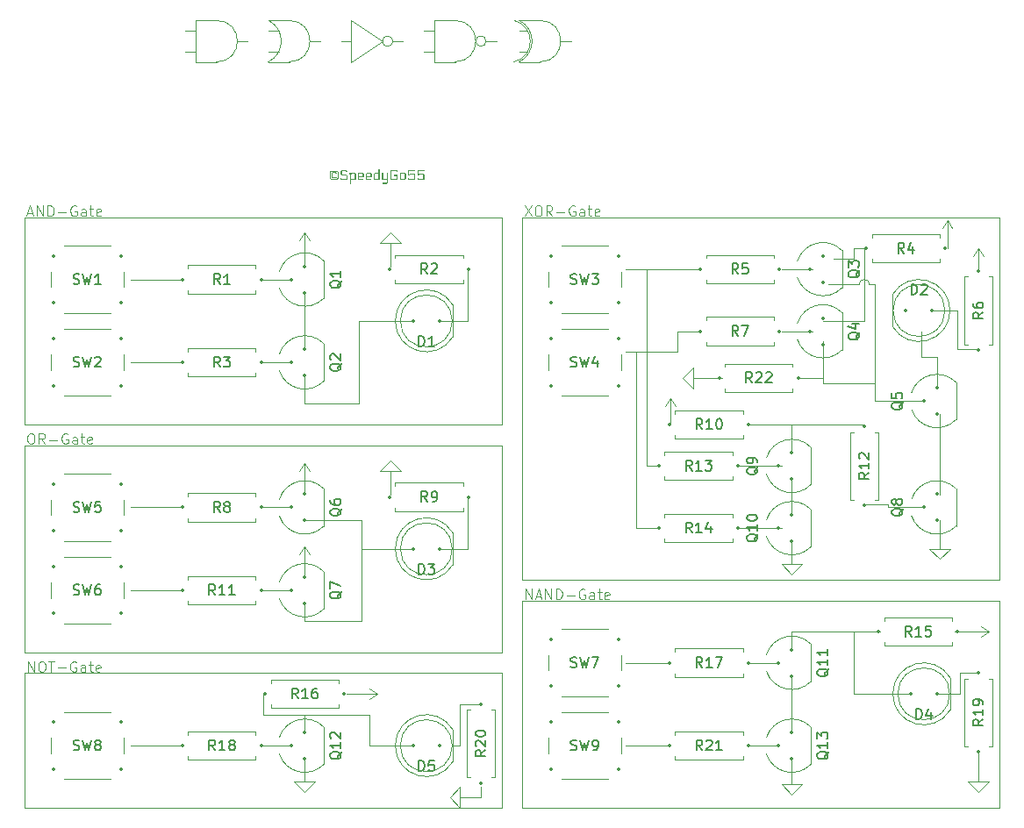
<source format=gto>
%TF.GenerationSoftware,KiCad,Pcbnew,8.99.0-3415-g545c771fd6*%
%TF.CreationDate,2025-05-12T12:54:29+02:00*%
%TF.ProjectId,logic-solder,6c6f6769-632d-4736-9f6c-6465722e6b69,3*%
%TF.SameCoordinates,Original*%
%TF.FileFunction,Legend,Top*%
%TF.FilePolarity,Positive*%
%FSLAX46Y46*%
G04 Gerber Fmt 4.6, Leading zero omitted, Abs format (unit mm)*
G04 Created by KiCad (PCBNEW 8.99.0-3415-g545c771fd6) date 2025-05-12 12:54:29*
%MOMM*%
%LPD*%
G01*
G04 APERTURE LIST*
%ADD10C,0.100000*%
%ADD11C,0.150000*%
%ADD12C,0.120000*%
%ADD13C,0.350000*%
G04 APERTURE END LIST*
D10*
X218500000Y-66500000D02*
X219500000Y-67500000D01*
X222250000Y-66500000D02*
X219500000Y-66500000D01*
X219500000Y-67500000D02*
X219500000Y-66500000D01*
X219500000Y-66500000D02*
X219500000Y-65500000D01*
X219500000Y-65500000D02*
X218500000Y-66500000D01*
X229500000Y-66500000D02*
X232000000Y-66500000D01*
X237000000Y-57500000D02*
X237000000Y-67000000D01*
X236500000Y-57500000D02*
X237000000Y-57500000D01*
X235500000Y-57500000D02*
G75*
G02*
X236500000Y-57500000I500000J0D01*
G01*
X235000000Y-57500000D02*
X235500000Y-57500000D01*
X232500000Y-57500000D02*
X235000000Y-57500000D01*
X197000000Y-98000000D02*
X199000000Y-98000000D01*
X197000000Y-102000000D02*
X197000000Y-98000000D01*
X196290000Y-102000000D02*
X197000000Y-102000000D01*
X199000000Y-107000000D02*
X199000000Y-106000000D01*
X232000000Y-67000000D02*
X237000000Y-67000000D01*
X178500000Y-36000000D02*
X180500000Y-36000000D01*
X202700000Y-36000000D02*
X204700000Y-36000000D01*
X195000000Y-83000000D02*
X197750000Y-83000000D01*
X171500000Y-32000000D02*
X173500000Y-32000000D01*
X182000000Y-105500000D02*
X181000000Y-105500000D01*
X182000000Y-85750000D02*
X182000000Y-82750000D01*
X214000000Y-64000000D02*
X213000000Y-64000000D01*
X191250000Y-75500000D02*
X190250000Y-74500000D01*
X182000000Y-99000000D02*
X188250000Y-99000000D01*
X229000000Y-92750000D02*
X229000000Y-91000000D01*
X247000000Y-54000000D02*
X246500000Y-54750000D01*
X214000000Y-56000000D02*
X220000000Y-56000000D01*
X202700000Y-33000000D02*
X203500000Y-33000000D01*
X182500000Y-34000000D02*
X183500000Y-34000000D01*
X165250000Y-65000000D02*
X170250000Y-65000000D01*
X229000000Y-103250000D02*
X229000000Y-105750000D01*
X189000000Y-97000000D02*
X188250000Y-96500000D01*
X186500000Y-36000000D02*
X186500000Y-34000000D01*
X224750000Y-102000000D02*
X227750000Y-102000000D01*
X190250000Y-77750000D02*
X190250000Y-75500000D01*
X173500000Y-32000000D02*
G75*
G02*
X173500000Y-36000000I0J-2000000D01*
G01*
X182000000Y-80250000D02*
X187500000Y-80250000D01*
X177750000Y-102000000D02*
X180750000Y-102000000D01*
X224750000Y-94000000D02*
X227750000Y-94000000D01*
X195000000Y-61000000D02*
X197750000Y-61000000D01*
X190250000Y-55750000D02*
X190250000Y-53500000D01*
X199500000Y-34000000D02*
G75*
G02*
X198500000Y-34000000I-500000J0D01*
G01*
X198500000Y-34000000D02*
G75*
G02*
X199500000Y-34000000I500000J0D01*
G01*
X229000000Y-106750000D02*
X230000000Y-105750000D01*
X247000000Y-106500000D02*
X248000000Y-105500000D01*
X236000000Y-61000000D02*
X232000000Y-61000000D01*
X180500000Y-32000000D02*
G75*
G02*
X180500000Y-36000000I0J-2000000D01*
G01*
X182000000Y-69000000D02*
X182000000Y-68000000D01*
X218000000Y-62000000D02*
X220000000Y-62000000D01*
X165500000Y-79000000D02*
X170250000Y-79000000D01*
X190500000Y-34000000D02*
X191500000Y-34000000D01*
X248000000Y-91000000D02*
X247250000Y-91500000D01*
X202200000Y-32000000D02*
G75*
G02*
X202200000Y-36000000I-500000J-2000000D01*
G01*
X213250000Y-94000000D02*
X213000000Y-94000000D01*
X180750000Y-87000000D02*
X177750000Y-87000000D01*
X175500000Y-34000000D02*
X176500000Y-34000000D01*
X236000000Y-78750000D02*
X238250000Y-78750000D01*
X171500000Y-33000000D02*
X170500000Y-33000000D01*
X202700000Y-32000000D02*
G75*
G02*
X202700000Y-36000000I-1000000J-2000000D01*
G01*
X246000000Y-105500000D02*
X247000000Y-106500000D01*
X214000000Y-64000000D02*
X218000000Y-64000000D01*
X194500000Y-32000000D02*
X196500000Y-32000000D01*
X186500000Y-34000000D02*
X186500000Y-32000000D01*
X165250000Y-57000000D02*
X170250000Y-57000000D01*
X190250000Y-53500000D02*
X191250000Y-53500000D01*
X187500000Y-80250000D02*
X187500000Y-90000000D01*
X194500000Y-32000000D02*
X194500000Y-36000000D01*
X229000000Y-73750000D02*
X229000000Y-71000000D01*
X230000000Y-84500000D02*
X229000000Y-84500000D01*
X189250000Y-75500000D02*
X190250000Y-75500000D01*
X196000000Y-107000000D02*
X197000000Y-108000000D01*
X243000000Y-97000000D02*
X245250000Y-97000000D01*
X228000000Y-62000000D02*
X231000000Y-62000000D01*
X182000000Y-82750000D02*
X181500000Y-83500000D01*
X242500000Y-60000000D02*
X245000000Y-60000000D01*
X229000000Y-71000000D02*
X224750000Y-71000000D01*
X199000000Y-107000000D02*
X197000000Y-107000000D01*
X191250000Y-53500000D02*
X190250000Y-52500000D01*
X238250000Y-78750000D02*
X238250000Y-79000000D01*
X247000000Y-102750000D02*
X247000000Y-105500000D01*
X182000000Y-90000000D02*
X187500000Y-90000000D01*
X244250000Y-83000000D02*
X243250000Y-83000000D01*
X243250000Y-83000000D02*
X242250000Y-83000000D01*
X182000000Y-52500000D02*
X181500000Y-53250000D01*
X217250000Y-68500000D02*
X216750000Y-69250000D01*
X190250000Y-52500000D02*
X189250000Y-53500000D01*
X224000000Y-81000000D02*
X228000000Y-81000000D01*
X178000000Y-57000000D02*
X180750000Y-57000000D01*
X182000000Y-74750000D02*
X182500000Y-75500000D01*
X243000000Y-64500000D02*
X241500000Y-64500000D01*
X228000000Y-56000000D02*
X231000000Y-56000000D01*
X214000000Y-64000000D02*
X214000000Y-81000000D01*
X214000000Y-56000000D02*
X213000000Y-56000000D01*
X213000000Y-102000000D02*
X217250000Y-102000000D01*
X244750000Y-91000000D02*
X248000000Y-91000000D01*
X230000000Y-105750000D02*
X229000000Y-105750000D01*
X182000000Y-99000000D02*
X178000000Y-99000000D01*
X178000000Y-65000000D02*
X180750000Y-65000000D01*
X199500000Y-34000000D02*
X200500000Y-34000000D01*
X229000000Y-82250000D02*
X229000000Y-84500000D01*
X182000000Y-52500000D02*
X182500000Y-53250000D01*
X245250000Y-97000000D02*
X245250000Y-95000000D01*
X190500000Y-34000000D02*
G75*
G02*
X189500000Y-34000000I-500000J0D01*
G01*
X189500000Y-34000000D02*
G75*
G02*
X190500000Y-34000000I500000J0D01*
G01*
X171500000Y-35000000D02*
X170500000Y-35000000D01*
X237000000Y-67000000D02*
X237000000Y-68750000D01*
X186500000Y-32000000D02*
X189500000Y-34000000D01*
X197000000Y-106000000D02*
X196000000Y-107000000D01*
X187500000Y-83000000D02*
X192500000Y-83000000D01*
X196500000Y-32000000D02*
G75*
G02*
X196500000Y-36000000I0J-2000000D01*
G01*
X178500000Y-32000000D02*
X180500000Y-32000000D01*
X185500000Y-34000000D02*
X186500000Y-34000000D01*
X178000000Y-99000000D02*
X178000000Y-97000000D01*
X237000000Y-68750000D02*
X241750000Y-68750000D01*
X241500000Y-64500000D02*
X241500000Y-62000000D01*
X245000000Y-60000000D02*
X245000000Y-63750000D01*
X178500000Y-32000000D02*
G75*
G02*
X178500000Y-36000000I-1000000J-2000000D01*
G01*
X171500000Y-32000000D02*
X171500000Y-36000000D01*
X217250000Y-68500000D02*
X217750000Y-69250000D01*
X229000000Y-84500000D02*
X228000000Y-84500000D01*
X235000000Y-54000000D02*
X236000000Y-54000000D01*
X181000000Y-105500000D02*
X182000000Y-106500000D01*
X188250000Y-102000000D02*
X192500000Y-102000000D01*
X171500000Y-36000000D02*
X173500000Y-36000000D01*
X215000000Y-56000000D02*
X215000000Y-75000000D01*
X228000000Y-84500000D02*
X229000000Y-85500000D01*
X178500000Y-35000000D02*
X179500000Y-35000000D01*
X182000000Y-74750000D02*
X181500000Y-75500000D01*
X203000000Y-51000000D02*
X249000000Y-51000000D01*
X249000000Y-86000000D01*
X203000000Y-86000000D01*
X203000000Y-51000000D01*
X182000000Y-66250000D02*
X182000000Y-68000000D01*
X236000000Y-54000000D02*
X236000000Y-61000000D01*
X243250000Y-84000000D02*
X244250000Y-83000000D01*
X228000000Y-105750000D02*
X229000000Y-106750000D01*
X155000000Y-95000000D02*
X201000000Y-95000000D01*
X201000000Y-108000000D01*
X155000000Y-108000000D01*
X155000000Y-95000000D01*
X187250000Y-61000000D02*
X187250000Y-69000000D01*
X182000000Y-82750000D02*
X182500000Y-83500000D01*
X243250000Y-80250000D02*
X243250000Y-83000000D01*
X238250000Y-79000000D02*
X241500000Y-79000000D01*
X187250000Y-61000000D02*
X192250000Y-61000000D01*
X243250000Y-70000000D02*
X243250000Y-77750000D01*
X188250000Y-99000000D02*
X188250000Y-102000000D01*
X182000000Y-88250000D02*
X182000000Y-90000000D01*
X186000000Y-97000000D02*
X189000000Y-97000000D01*
X224000000Y-75000000D02*
X228000000Y-75000000D01*
X233000000Y-55000000D02*
X235000000Y-55000000D01*
X197000000Y-107000000D02*
X197000000Y-106000000D01*
X244000000Y-51250000D02*
X244500000Y-52000000D01*
X182000000Y-100750000D02*
X182000000Y-99000000D01*
X155000000Y-73000000D02*
X201000000Y-73000000D01*
X201000000Y-93000000D01*
X155000000Y-93000000D01*
X155000000Y-73000000D01*
X189500000Y-34000000D02*
X186500000Y-36000000D01*
X197750000Y-61000000D02*
X197750000Y-56000000D01*
X155000000Y-51000000D02*
X201000000Y-51000000D01*
X201000000Y-71000000D01*
X155000000Y-71000000D01*
X155000000Y-51000000D01*
X206700000Y-34000000D02*
X207700000Y-34000000D01*
X229000000Y-71000000D02*
X236000000Y-71000000D01*
X229000000Y-91000000D02*
X237500000Y-91000000D01*
X194500000Y-36000000D02*
X196500000Y-36000000D01*
X165250000Y-102000000D02*
X170000000Y-102000000D01*
X245000000Y-63750000D02*
X247000000Y-63750000D01*
X247000000Y-105500000D02*
X246000000Y-105500000D01*
X202700000Y-32000000D02*
X204700000Y-32000000D01*
X232000000Y-63000000D02*
X232000000Y-67000000D01*
X178500000Y-33000000D02*
X179500000Y-33000000D01*
X244000000Y-51250000D02*
X243500000Y-52000000D01*
X202700000Y-35000000D02*
X203500000Y-35000000D01*
X190250000Y-74500000D02*
X189250000Y-75500000D01*
X182000000Y-106500000D02*
X183000000Y-105500000D01*
X214000000Y-81000000D02*
X216000000Y-81000000D01*
X242250000Y-83000000D02*
X243250000Y-84000000D01*
X213250000Y-94000000D02*
X217250000Y-94000000D01*
X204700000Y-32000000D02*
G75*
G02*
X204700000Y-36000000I0J-2000000D01*
G01*
X194500000Y-35000000D02*
X193500000Y-35000000D01*
X247000000Y-54000000D02*
X247500000Y-54750000D01*
X217250000Y-71000000D02*
X217250000Y-68500000D01*
X235000000Y-55000000D02*
X235000000Y-54000000D01*
X194500000Y-33000000D02*
X193500000Y-33000000D01*
X183000000Y-105500000D02*
X182000000Y-105500000D01*
X235000000Y-91000000D02*
X235000000Y-97000000D01*
X177750000Y-79000000D02*
X180750000Y-79000000D01*
X187250000Y-69000000D02*
X182000000Y-69000000D01*
X235000000Y-97000000D02*
X240250000Y-97000000D01*
X182000000Y-55750000D02*
X182000000Y-52500000D01*
X245250000Y-95000000D02*
X247000000Y-95000000D01*
X229000000Y-85500000D02*
X230000000Y-84500000D01*
X189250000Y-53500000D02*
X190250000Y-53500000D01*
X182000000Y-103250000D02*
X182000000Y-105500000D01*
X203000000Y-88000000D02*
X249000000Y-88000000D01*
X249000000Y-108000000D01*
X203000000Y-108000000D01*
X203000000Y-88000000D01*
X197000000Y-108000000D02*
X197000000Y-107000000D01*
X243000000Y-67500000D02*
X243000000Y-64500000D01*
X218000000Y-64000000D02*
X218000000Y-62000000D01*
X197750000Y-83000000D02*
X197750000Y-78000000D01*
X229000000Y-95250000D02*
X229000000Y-100750000D01*
X244000000Y-54000000D02*
X244000000Y-51250000D01*
X229000000Y-76250000D02*
X229000000Y-79750000D01*
X229000000Y-105750000D02*
X228000000Y-105750000D01*
X215000000Y-75000000D02*
X216000000Y-75000000D01*
X248000000Y-105500000D02*
X247000000Y-105500000D01*
X189000000Y-97000000D02*
X188250000Y-97500000D01*
X165500000Y-79000000D02*
X165250000Y-79000000D01*
X182000000Y-77750000D02*
X182000000Y-74750000D01*
X247000000Y-56250000D02*
X247000000Y-54000000D01*
X190250000Y-75500000D02*
X191250000Y-75500000D01*
X165250000Y-87000000D02*
X170250000Y-87000000D01*
X248000000Y-91000000D02*
X247250000Y-90500000D01*
X182000000Y-58250000D02*
X182000000Y-63750000D01*
X155494360Y-71872419D02*
X155684836Y-71872419D01*
X155684836Y-71872419D02*
X155780074Y-71920038D01*
X155780074Y-71920038D02*
X155875312Y-72015276D01*
X155875312Y-72015276D02*
X155922931Y-72205752D01*
X155922931Y-72205752D02*
X155922931Y-72539085D01*
X155922931Y-72539085D02*
X155875312Y-72729561D01*
X155875312Y-72729561D02*
X155780074Y-72824800D01*
X155780074Y-72824800D02*
X155684836Y-72872419D01*
X155684836Y-72872419D02*
X155494360Y-72872419D01*
X155494360Y-72872419D02*
X155399122Y-72824800D01*
X155399122Y-72824800D02*
X155303884Y-72729561D01*
X155303884Y-72729561D02*
X155256265Y-72539085D01*
X155256265Y-72539085D02*
X155256265Y-72205752D01*
X155256265Y-72205752D02*
X155303884Y-72015276D01*
X155303884Y-72015276D02*
X155399122Y-71920038D01*
X155399122Y-71920038D02*
X155494360Y-71872419D01*
X156922931Y-72872419D02*
X156589598Y-72396228D01*
X156351503Y-72872419D02*
X156351503Y-71872419D01*
X156351503Y-71872419D02*
X156732455Y-71872419D01*
X156732455Y-71872419D02*
X156827693Y-71920038D01*
X156827693Y-71920038D02*
X156875312Y-71967657D01*
X156875312Y-71967657D02*
X156922931Y-72062895D01*
X156922931Y-72062895D02*
X156922931Y-72205752D01*
X156922931Y-72205752D02*
X156875312Y-72300990D01*
X156875312Y-72300990D02*
X156827693Y-72348609D01*
X156827693Y-72348609D02*
X156732455Y-72396228D01*
X156732455Y-72396228D02*
X156351503Y-72396228D01*
X157351503Y-72491466D02*
X158113408Y-72491466D01*
X159113407Y-71920038D02*
X159018169Y-71872419D01*
X159018169Y-71872419D02*
X158875312Y-71872419D01*
X158875312Y-71872419D02*
X158732455Y-71920038D01*
X158732455Y-71920038D02*
X158637217Y-72015276D01*
X158637217Y-72015276D02*
X158589598Y-72110514D01*
X158589598Y-72110514D02*
X158541979Y-72300990D01*
X158541979Y-72300990D02*
X158541979Y-72443847D01*
X158541979Y-72443847D02*
X158589598Y-72634323D01*
X158589598Y-72634323D02*
X158637217Y-72729561D01*
X158637217Y-72729561D02*
X158732455Y-72824800D01*
X158732455Y-72824800D02*
X158875312Y-72872419D01*
X158875312Y-72872419D02*
X158970550Y-72872419D01*
X158970550Y-72872419D02*
X159113407Y-72824800D01*
X159113407Y-72824800D02*
X159161026Y-72777180D01*
X159161026Y-72777180D02*
X159161026Y-72443847D01*
X159161026Y-72443847D02*
X158970550Y-72443847D01*
X160018169Y-72872419D02*
X160018169Y-72348609D01*
X160018169Y-72348609D02*
X159970550Y-72253371D01*
X159970550Y-72253371D02*
X159875312Y-72205752D01*
X159875312Y-72205752D02*
X159684836Y-72205752D01*
X159684836Y-72205752D02*
X159589598Y-72253371D01*
X160018169Y-72824800D02*
X159922931Y-72872419D01*
X159922931Y-72872419D02*
X159684836Y-72872419D01*
X159684836Y-72872419D02*
X159589598Y-72824800D01*
X159589598Y-72824800D02*
X159541979Y-72729561D01*
X159541979Y-72729561D02*
X159541979Y-72634323D01*
X159541979Y-72634323D02*
X159589598Y-72539085D01*
X159589598Y-72539085D02*
X159684836Y-72491466D01*
X159684836Y-72491466D02*
X159922931Y-72491466D01*
X159922931Y-72491466D02*
X160018169Y-72443847D01*
X160351503Y-72205752D02*
X160732455Y-72205752D01*
X160494360Y-71872419D02*
X160494360Y-72729561D01*
X160494360Y-72729561D02*
X160541979Y-72824800D01*
X160541979Y-72824800D02*
X160637217Y-72872419D01*
X160637217Y-72872419D02*
X160732455Y-72872419D01*
X161446741Y-72824800D02*
X161351503Y-72872419D01*
X161351503Y-72872419D02*
X161161027Y-72872419D01*
X161161027Y-72872419D02*
X161065789Y-72824800D01*
X161065789Y-72824800D02*
X161018170Y-72729561D01*
X161018170Y-72729561D02*
X161018170Y-72348609D01*
X161018170Y-72348609D02*
X161065789Y-72253371D01*
X161065789Y-72253371D02*
X161161027Y-72205752D01*
X161161027Y-72205752D02*
X161351503Y-72205752D01*
X161351503Y-72205752D02*
X161446741Y-72253371D01*
X161446741Y-72253371D02*
X161494360Y-72348609D01*
X161494360Y-72348609D02*
X161494360Y-72443847D01*
X161494360Y-72443847D02*
X161018170Y-72539085D01*
X155303884Y-94872419D02*
X155303884Y-93872419D01*
X155303884Y-93872419D02*
X155875312Y-94872419D01*
X155875312Y-94872419D02*
X155875312Y-93872419D01*
X156541979Y-93872419D02*
X156732455Y-93872419D01*
X156732455Y-93872419D02*
X156827693Y-93920038D01*
X156827693Y-93920038D02*
X156922931Y-94015276D01*
X156922931Y-94015276D02*
X156970550Y-94205752D01*
X156970550Y-94205752D02*
X156970550Y-94539085D01*
X156970550Y-94539085D02*
X156922931Y-94729561D01*
X156922931Y-94729561D02*
X156827693Y-94824800D01*
X156827693Y-94824800D02*
X156732455Y-94872419D01*
X156732455Y-94872419D02*
X156541979Y-94872419D01*
X156541979Y-94872419D02*
X156446741Y-94824800D01*
X156446741Y-94824800D02*
X156351503Y-94729561D01*
X156351503Y-94729561D02*
X156303884Y-94539085D01*
X156303884Y-94539085D02*
X156303884Y-94205752D01*
X156303884Y-94205752D02*
X156351503Y-94015276D01*
X156351503Y-94015276D02*
X156446741Y-93920038D01*
X156446741Y-93920038D02*
X156541979Y-93872419D01*
X157256265Y-93872419D02*
X157827693Y-93872419D01*
X157541979Y-94872419D02*
X157541979Y-93872419D01*
X158161027Y-94491466D02*
X158922932Y-94491466D01*
X159922931Y-93920038D02*
X159827693Y-93872419D01*
X159827693Y-93872419D02*
X159684836Y-93872419D01*
X159684836Y-93872419D02*
X159541979Y-93920038D01*
X159541979Y-93920038D02*
X159446741Y-94015276D01*
X159446741Y-94015276D02*
X159399122Y-94110514D01*
X159399122Y-94110514D02*
X159351503Y-94300990D01*
X159351503Y-94300990D02*
X159351503Y-94443847D01*
X159351503Y-94443847D02*
X159399122Y-94634323D01*
X159399122Y-94634323D02*
X159446741Y-94729561D01*
X159446741Y-94729561D02*
X159541979Y-94824800D01*
X159541979Y-94824800D02*
X159684836Y-94872419D01*
X159684836Y-94872419D02*
X159780074Y-94872419D01*
X159780074Y-94872419D02*
X159922931Y-94824800D01*
X159922931Y-94824800D02*
X159970550Y-94777180D01*
X159970550Y-94777180D02*
X159970550Y-94443847D01*
X159970550Y-94443847D02*
X159780074Y-94443847D01*
X160827693Y-94872419D02*
X160827693Y-94348609D01*
X160827693Y-94348609D02*
X160780074Y-94253371D01*
X160780074Y-94253371D02*
X160684836Y-94205752D01*
X160684836Y-94205752D02*
X160494360Y-94205752D01*
X160494360Y-94205752D02*
X160399122Y-94253371D01*
X160827693Y-94824800D02*
X160732455Y-94872419D01*
X160732455Y-94872419D02*
X160494360Y-94872419D01*
X160494360Y-94872419D02*
X160399122Y-94824800D01*
X160399122Y-94824800D02*
X160351503Y-94729561D01*
X160351503Y-94729561D02*
X160351503Y-94634323D01*
X160351503Y-94634323D02*
X160399122Y-94539085D01*
X160399122Y-94539085D02*
X160494360Y-94491466D01*
X160494360Y-94491466D02*
X160732455Y-94491466D01*
X160732455Y-94491466D02*
X160827693Y-94443847D01*
X161161027Y-94205752D02*
X161541979Y-94205752D01*
X161303884Y-93872419D02*
X161303884Y-94729561D01*
X161303884Y-94729561D02*
X161351503Y-94824800D01*
X161351503Y-94824800D02*
X161446741Y-94872419D01*
X161446741Y-94872419D02*
X161541979Y-94872419D01*
X162256265Y-94824800D02*
X162161027Y-94872419D01*
X162161027Y-94872419D02*
X161970551Y-94872419D01*
X161970551Y-94872419D02*
X161875313Y-94824800D01*
X161875313Y-94824800D02*
X161827694Y-94729561D01*
X161827694Y-94729561D02*
X161827694Y-94348609D01*
X161827694Y-94348609D02*
X161875313Y-94253371D01*
X161875313Y-94253371D02*
X161970551Y-94205752D01*
X161970551Y-94205752D02*
X162161027Y-94205752D01*
X162161027Y-94205752D02*
X162256265Y-94253371D01*
X162256265Y-94253371D02*
X162303884Y-94348609D01*
X162303884Y-94348609D02*
X162303884Y-94443847D01*
X162303884Y-94443847D02*
X161827694Y-94539085D01*
X203303884Y-87872419D02*
X203303884Y-86872419D01*
X203303884Y-86872419D02*
X203875312Y-87872419D01*
X203875312Y-87872419D02*
X203875312Y-86872419D01*
X204303884Y-87586704D02*
X204780074Y-87586704D01*
X204208646Y-87872419D02*
X204541979Y-86872419D01*
X204541979Y-86872419D02*
X204875312Y-87872419D01*
X205208646Y-87872419D02*
X205208646Y-86872419D01*
X205208646Y-86872419D02*
X205780074Y-87872419D01*
X205780074Y-87872419D02*
X205780074Y-86872419D01*
X206256265Y-87872419D02*
X206256265Y-86872419D01*
X206256265Y-86872419D02*
X206494360Y-86872419D01*
X206494360Y-86872419D02*
X206637217Y-86920038D01*
X206637217Y-86920038D02*
X206732455Y-87015276D01*
X206732455Y-87015276D02*
X206780074Y-87110514D01*
X206780074Y-87110514D02*
X206827693Y-87300990D01*
X206827693Y-87300990D02*
X206827693Y-87443847D01*
X206827693Y-87443847D02*
X206780074Y-87634323D01*
X206780074Y-87634323D02*
X206732455Y-87729561D01*
X206732455Y-87729561D02*
X206637217Y-87824800D01*
X206637217Y-87824800D02*
X206494360Y-87872419D01*
X206494360Y-87872419D02*
X206256265Y-87872419D01*
X207256265Y-87491466D02*
X208018170Y-87491466D01*
X209018169Y-86920038D02*
X208922931Y-86872419D01*
X208922931Y-86872419D02*
X208780074Y-86872419D01*
X208780074Y-86872419D02*
X208637217Y-86920038D01*
X208637217Y-86920038D02*
X208541979Y-87015276D01*
X208541979Y-87015276D02*
X208494360Y-87110514D01*
X208494360Y-87110514D02*
X208446741Y-87300990D01*
X208446741Y-87300990D02*
X208446741Y-87443847D01*
X208446741Y-87443847D02*
X208494360Y-87634323D01*
X208494360Y-87634323D02*
X208541979Y-87729561D01*
X208541979Y-87729561D02*
X208637217Y-87824800D01*
X208637217Y-87824800D02*
X208780074Y-87872419D01*
X208780074Y-87872419D02*
X208875312Y-87872419D01*
X208875312Y-87872419D02*
X209018169Y-87824800D01*
X209018169Y-87824800D02*
X209065788Y-87777180D01*
X209065788Y-87777180D02*
X209065788Y-87443847D01*
X209065788Y-87443847D02*
X208875312Y-87443847D01*
X209922931Y-87872419D02*
X209922931Y-87348609D01*
X209922931Y-87348609D02*
X209875312Y-87253371D01*
X209875312Y-87253371D02*
X209780074Y-87205752D01*
X209780074Y-87205752D02*
X209589598Y-87205752D01*
X209589598Y-87205752D02*
X209494360Y-87253371D01*
X209922931Y-87824800D02*
X209827693Y-87872419D01*
X209827693Y-87872419D02*
X209589598Y-87872419D01*
X209589598Y-87872419D02*
X209494360Y-87824800D01*
X209494360Y-87824800D02*
X209446741Y-87729561D01*
X209446741Y-87729561D02*
X209446741Y-87634323D01*
X209446741Y-87634323D02*
X209494360Y-87539085D01*
X209494360Y-87539085D02*
X209589598Y-87491466D01*
X209589598Y-87491466D02*
X209827693Y-87491466D01*
X209827693Y-87491466D02*
X209922931Y-87443847D01*
X210256265Y-87205752D02*
X210637217Y-87205752D01*
X210399122Y-86872419D02*
X210399122Y-87729561D01*
X210399122Y-87729561D02*
X210446741Y-87824800D01*
X210446741Y-87824800D02*
X210541979Y-87872419D01*
X210541979Y-87872419D02*
X210637217Y-87872419D01*
X211351503Y-87824800D02*
X211256265Y-87872419D01*
X211256265Y-87872419D02*
X211065789Y-87872419D01*
X211065789Y-87872419D02*
X210970551Y-87824800D01*
X210970551Y-87824800D02*
X210922932Y-87729561D01*
X210922932Y-87729561D02*
X210922932Y-87348609D01*
X210922932Y-87348609D02*
X210970551Y-87253371D01*
X210970551Y-87253371D02*
X211065789Y-87205752D01*
X211065789Y-87205752D02*
X211256265Y-87205752D01*
X211256265Y-87205752D02*
X211351503Y-87253371D01*
X211351503Y-87253371D02*
X211399122Y-87348609D01*
X211399122Y-87348609D02*
X211399122Y-87443847D01*
X211399122Y-87443847D02*
X210922932Y-87539085D01*
D11*
G36*
X184988677Y-46649054D02*
G01*
X185006781Y-46652763D01*
X185029282Y-46665724D01*
X185050287Y-46680989D01*
X185065023Y-46699825D01*
X185069888Y-46722693D01*
X185069888Y-46774106D01*
X184980251Y-46774106D01*
X184980251Y-46760734D01*
X184977382Y-46746138D01*
X184969077Y-46735272D01*
X184957309Y-46729545D01*
X184936837Y-46727212D01*
X184743640Y-46727212D01*
X184724234Y-46729534D01*
X184711461Y-46735577D01*
X184705335Y-46745519D01*
X184703035Y-46760734D01*
X184703035Y-47115741D01*
X184705335Y-47130956D01*
X184711461Y-47140898D01*
X184724234Y-47146941D01*
X184743640Y-47149263D01*
X184936837Y-47149263D01*
X184957309Y-47146930D01*
X184969077Y-47141203D01*
X184977382Y-47130337D01*
X184980251Y-47115741D01*
X184980251Y-47102369D01*
X185069888Y-47102369D01*
X185069888Y-47153782D01*
X185065023Y-47176650D01*
X185050287Y-47195486D01*
X185029282Y-47210751D01*
X185006781Y-47223712D01*
X184988677Y-47227421D01*
X184691861Y-47227421D01*
X184674185Y-47223587D01*
X184654064Y-47210568D01*
X184634464Y-47195120D01*
X184618739Y-47176936D01*
X184613459Y-47153049D01*
X184613459Y-46723426D01*
X184618739Y-46699538D01*
X184634464Y-46681355D01*
X184654064Y-46665907D01*
X184674185Y-46652887D01*
X184691861Y-46649054D01*
X184988677Y-46649054D01*
G37*
G36*
X185140118Y-46526629D02*
G01*
X185174851Y-46548121D01*
X185208435Y-46576086D01*
X185227342Y-46596641D01*
X185238341Y-46619670D01*
X185242079Y-46646123D01*
X185242079Y-47234260D01*
X185238341Y-47260713D01*
X185227342Y-47283742D01*
X185208435Y-47304296D01*
X185174851Y-47332262D01*
X185140118Y-47353754D01*
X185107684Y-47360289D01*
X184561680Y-47360289D01*
X184529193Y-47353751D01*
X184494452Y-47332262D01*
X184460868Y-47304296D01*
X184441998Y-47283746D01*
X184431018Y-47260717D01*
X184427285Y-47234260D01*
X184427285Y-46694178D01*
X184514052Y-46694178D01*
X184514052Y-47186205D01*
X184517533Y-47226994D01*
X184539270Y-47250868D01*
X184556062Y-47264973D01*
X184582623Y-47283230D01*
X184616268Y-47286039D01*
X185053035Y-47286039D01*
X185086618Y-47283230D01*
X185113241Y-47264973D01*
X185130033Y-47250868D01*
X185151770Y-47226994D01*
X185155251Y-47186205D01*
X185155251Y-46694178D01*
X185151770Y-46653389D01*
X185130033Y-46629515D01*
X185113241Y-46615409D01*
X185086618Y-46597152D01*
X185053035Y-46594344D01*
X184616268Y-46594344D01*
X184582623Y-46597152D01*
X184556062Y-46615409D01*
X184539270Y-46629515D01*
X184517533Y-46653389D01*
X184514052Y-46694178D01*
X184427285Y-46694178D01*
X184427285Y-46646123D01*
X184431018Y-46619666D01*
X184441998Y-46596637D01*
X184460868Y-46576086D01*
X184494452Y-46548121D01*
X184529193Y-46526632D01*
X184561680Y-46520094D01*
X185107684Y-46520094D01*
X185140118Y-46526629D01*
G37*
G36*
X185934141Y-46965593D02*
G01*
X185599528Y-46965593D01*
X185567081Y-46959072D01*
X185532301Y-46937627D01*
X185494504Y-46905448D01*
X185472167Y-46878993D01*
X185465134Y-46849516D01*
X185465134Y-46559966D01*
X185468866Y-46533552D01*
X185479845Y-46510563D01*
X185498717Y-46490052D01*
X185532301Y-46462086D01*
X185567081Y-46440641D01*
X185599528Y-46434120D01*
X185971938Y-46434120D01*
X186004354Y-46440705D01*
X186039105Y-46462391D01*
X186072749Y-46490662D01*
X186091603Y-46511333D01*
X186102592Y-46534542D01*
X186106332Y-46561249D01*
X186106332Y-46617791D01*
X185988729Y-46617791D01*
X185988729Y-46590558D01*
X185986592Y-46562653D01*
X185971877Y-46546167D01*
X185952276Y-46533954D01*
X185920097Y-46531817D01*
X185651308Y-46531817D01*
X185619129Y-46533954D01*
X185599528Y-46545861D01*
X185584813Y-46561920D01*
X185582737Y-46589214D01*
X185582737Y-46810498D01*
X185584813Y-46837793D01*
X185599528Y-46853913D01*
X185619129Y-46865819D01*
X185651308Y-46867896D01*
X185985921Y-46867896D01*
X186018364Y-46874429D01*
X186053148Y-46895922D01*
X186086732Y-46924010D01*
X186105595Y-46944563D01*
X186116579Y-46967631D01*
X186120315Y-46994169D01*
X186120315Y-47288726D01*
X186116579Y-47315264D01*
X186105595Y-47338332D01*
X186086732Y-47358885D01*
X186053148Y-47386973D01*
X186018364Y-47408466D01*
X185985921Y-47415000D01*
X185585546Y-47415000D01*
X185553076Y-47408411D01*
X185518318Y-47386728D01*
X185484734Y-47358457D01*
X185465881Y-47337787D01*
X185454891Y-47314577D01*
X185451151Y-47287871D01*
X185451151Y-47231329D01*
X185568754Y-47231329D01*
X185568754Y-47258562D01*
X185570830Y-47286528D01*
X185585485Y-47303014D01*
X185605085Y-47315165D01*
X185637325Y-47317302D01*
X185934141Y-47317302D01*
X185966320Y-47315226D01*
X185985921Y-47303258D01*
X186000575Y-47287077D01*
X186002712Y-47259600D01*
X186002712Y-47023295D01*
X186000575Y-46995879D01*
X185985921Y-46979698D01*
X185966320Y-46967730D01*
X185934141Y-46965593D01*
G37*
G36*
X186391730Y-46719030D02*
G01*
X186417620Y-46736493D01*
X186435226Y-46755631D01*
X186440029Y-46771481D01*
X186445647Y-46771481D01*
X186451790Y-46756196D01*
X186476421Y-46736493D01*
X186510737Y-46718297D01*
X186545054Y-46715488D01*
X186812438Y-46715488D01*
X186844876Y-46722010D01*
X186879605Y-46743454D01*
X186913250Y-46771420D01*
X186932124Y-46791968D01*
X186943102Y-46814978D01*
X186946833Y-46841395D01*
X186946833Y-47289092D01*
X186943102Y-47315509D01*
X186932124Y-47338519D01*
X186913250Y-47359068D01*
X186879605Y-47387034D01*
X186844876Y-47408477D01*
X186812438Y-47415000D01*
X186565997Y-47415000D01*
X186531590Y-47408233D01*
X186498831Y-47386973D01*
X186470371Y-47355407D01*
X186465247Y-47345024D01*
X186459630Y-47345024D01*
X186459630Y-47778433D01*
X186342027Y-47778433D01*
X186342027Y-46884626D01*
X186459630Y-46884626D01*
X186459630Y-47233283D01*
X186467043Y-47259620D01*
X186493213Y-47289337D01*
X186527950Y-47310777D01*
X186560441Y-47317302D01*
X186760598Y-47317302D01*
X186792777Y-47315226D01*
X186812377Y-47303319D01*
X186827093Y-47287199D01*
X186829230Y-47259905D01*
X186829230Y-46870582D01*
X186827093Y-46843288D01*
X186812377Y-46827229D01*
X186792777Y-46815322D01*
X186760598Y-46813185D01*
X186561845Y-46813185D01*
X186527529Y-46815994D01*
X186493213Y-46834190D01*
X186463782Y-46856599D01*
X186459630Y-46884626D01*
X186342027Y-46884626D01*
X186342027Y-46870582D01*
X186339890Y-46843288D01*
X186325174Y-46827229D01*
X186310519Y-46811109D01*
X186308443Y-46783876D01*
X186308443Y-46715488D01*
X186357414Y-46715488D01*
X186391730Y-46719030D01*
G37*
G36*
X187603425Y-46721529D02*
G01*
X187642254Y-46743576D01*
X187677241Y-46771664D01*
X187695844Y-46790624D01*
X187706942Y-46813597D01*
X187710825Y-46841884D01*
X187710825Y-47129724D01*
X187232048Y-47129724D01*
X187232048Y-47260333D01*
X187234124Y-47287444D01*
X187248778Y-47303442D01*
X187268379Y-47315226D01*
X187300619Y-47317302D01*
X187572217Y-47317302D01*
X187606533Y-47313822D01*
X187640849Y-47289275D01*
X187724808Y-47359190D01*
X187691224Y-47387095D01*
X187656908Y-47411519D01*
X187622653Y-47415000D01*
X187248839Y-47415000D01*
X187216349Y-47408474D01*
X187181612Y-47387034D01*
X187148028Y-47359068D01*
X187129154Y-47338519D01*
X187118176Y-47315509D01*
X187114445Y-47289092D01*
X187114445Y-46871254D01*
X187232048Y-46871254D01*
X187232048Y-47039842D01*
X187593222Y-47039842D01*
X187593222Y-46871254D01*
X187591085Y-46843654D01*
X187576430Y-46827351D01*
X187556830Y-46815322D01*
X187524651Y-46813185D01*
X187300619Y-46813185D01*
X187268379Y-46815322D01*
X187248778Y-46827351D01*
X187234124Y-46843654D01*
X187232048Y-46871254D01*
X187114445Y-46871254D01*
X187114445Y-46841395D01*
X187118176Y-46814978D01*
X187129154Y-46791968D01*
X187148028Y-46771420D01*
X187181612Y-46743454D01*
X187216349Y-46722014D01*
X187248839Y-46715488D01*
X187575026Y-46715488D01*
X187603425Y-46721529D01*
G37*
G36*
X188367416Y-46721529D02*
G01*
X188406245Y-46743576D01*
X188441233Y-46771664D01*
X188459836Y-46790624D01*
X188470934Y-46813597D01*
X188474816Y-46841884D01*
X188474816Y-47129724D01*
X187996039Y-47129724D01*
X187996039Y-47260333D01*
X187998115Y-47287444D01*
X188012770Y-47303442D01*
X188032370Y-47315226D01*
X188064610Y-47317302D01*
X188336209Y-47317302D01*
X188370525Y-47313822D01*
X188404841Y-47289275D01*
X188488799Y-47359190D01*
X188455216Y-47387095D01*
X188420900Y-47411519D01*
X188386645Y-47415000D01*
X188012831Y-47415000D01*
X187980340Y-47408474D01*
X187945603Y-47387034D01*
X187912020Y-47359068D01*
X187893146Y-47338519D01*
X187882167Y-47315509D01*
X187878436Y-47289092D01*
X187878436Y-46871254D01*
X187996039Y-46871254D01*
X187996039Y-47039842D01*
X188357213Y-47039842D01*
X188357213Y-46871254D01*
X188355076Y-46843654D01*
X188340422Y-46827351D01*
X188320821Y-46815322D01*
X188288642Y-46813185D01*
X188064610Y-46813185D01*
X188032370Y-46815322D01*
X188012770Y-46827351D01*
X187998115Y-46843654D01*
X187996039Y-46871254D01*
X187878436Y-46871254D01*
X187878436Y-46841395D01*
X187882167Y-46814978D01*
X187893146Y-46791968D01*
X187912020Y-46771420D01*
X187945603Y-46743454D01*
X187980340Y-46722014D01*
X188012831Y-46715488D01*
X188339017Y-46715488D01*
X188367416Y-46721529D01*
G37*
G36*
X189247234Y-47259905D02*
G01*
X189249310Y-47287199D01*
X189263965Y-47303319D01*
X189278681Y-47319378D01*
X189280818Y-47346612D01*
X189280818Y-47415000D01*
X189231786Y-47415000D01*
X189197531Y-47411519D01*
X189171580Y-47393995D01*
X189154025Y-47374860D01*
X189149232Y-47359007D01*
X189143614Y-47359007D01*
X189137462Y-47374288D01*
X189112779Y-47393995D01*
X189078524Y-47412191D01*
X189044207Y-47415000D01*
X188776823Y-47415000D01*
X188744332Y-47408474D01*
X188709595Y-47387034D01*
X188676011Y-47359068D01*
X188657137Y-47338519D01*
X188646159Y-47315509D01*
X188642428Y-47289092D01*
X188642428Y-46870582D01*
X188760031Y-46870582D01*
X188760031Y-47259905D01*
X188762107Y-47287199D01*
X188776762Y-47303319D01*
X188796362Y-47315226D01*
X188828602Y-47317302D01*
X189027416Y-47317302D01*
X189061732Y-47314494D01*
X189095987Y-47296297D01*
X189125418Y-47273888D01*
X189129631Y-47245861D01*
X189129631Y-46897205D01*
X189122205Y-46870883D01*
X189095987Y-46841212D01*
X189061254Y-46819720D01*
X189028820Y-46813185D01*
X188828602Y-46813185D01*
X188796362Y-46815322D01*
X188776762Y-46827229D01*
X188762107Y-46843288D01*
X188760031Y-46870582D01*
X188642428Y-46870582D01*
X188642428Y-46841395D01*
X188646159Y-46814978D01*
X188657137Y-46791968D01*
X188676011Y-46771420D01*
X188709595Y-46743454D01*
X188744332Y-46722014D01*
X188776823Y-46715488D01*
X189023203Y-46715488D01*
X189055645Y-46722021D01*
X189090430Y-46743515D01*
X189118890Y-46775081D01*
X189124014Y-46785464D01*
X189129631Y-46785464D01*
X189129631Y-46379410D01*
X189247234Y-46379410D01*
X189247234Y-47259905D01*
G37*
G36*
X189899180Y-47778433D02*
G01*
X189495996Y-47778433D01*
X189495996Y-47742163D01*
X189499476Y-47702351D01*
X189521214Y-47680736D01*
X189864192Y-47680736D01*
X189896371Y-47678599D01*
X189915971Y-47666753D01*
X189930687Y-47650633D01*
X189932824Y-47623400D01*
X189932824Y-47347772D01*
X189927206Y-47347772D01*
X189919764Y-47361034D01*
X189893623Y-47386973D01*
X189858881Y-47408461D01*
X189826395Y-47415000D01*
X189582824Y-47415000D01*
X189550334Y-47408474D01*
X189515596Y-47387034D01*
X189482013Y-47359068D01*
X189463139Y-47338519D01*
X189452160Y-47315509D01*
X189448429Y-47289092D01*
X189448429Y-46715488D01*
X189566032Y-46715488D01*
X189566032Y-47259905D01*
X189568108Y-47287199D01*
X189582763Y-47303319D01*
X189602363Y-47315226D01*
X189634603Y-47317302D01*
X189813817Y-47317302D01*
X189848133Y-47314494D01*
X189882388Y-47296297D01*
X189911819Y-47273949D01*
X189916032Y-47245922D01*
X189916032Y-46715488D01*
X190033635Y-46715488D01*
X190033635Y-47652587D01*
X190029898Y-47678997D01*
X190018900Y-47701985D01*
X189999991Y-47722501D01*
X189966407Y-47750467D01*
X189931670Y-47771907D01*
X189899180Y-47778433D01*
G37*
G36*
X190973482Y-46617791D02*
G01*
X190855879Y-46617791D01*
X190855879Y-46590558D01*
X190853742Y-46562653D01*
X190839026Y-46546167D01*
X190819426Y-46533954D01*
X190787308Y-46531817D01*
X190442864Y-46531817D01*
X190410685Y-46533954D01*
X190391085Y-46545861D01*
X190376369Y-46561981D01*
X190374293Y-46589337D01*
X190374293Y-47259783D01*
X190376369Y-47287138D01*
X190391085Y-47303258D01*
X190410685Y-47315226D01*
X190442864Y-47317302D01*
X190787308Y-47317302D01*
X190819426Y-47315226D01*
X190839026Y-47303258D01*
X190853742Y-47287138D01*
X190855879Y-47259783D01*
X190855879Y-47008579D01*
X190643082Y-47008579D01*
X190643082Y-46910882D01*
X190973482Y-46910882D01*
X190973482Y-47288970D01*
X190969749Y-47315427D01*
X190958768Y-47338457D01*
X190939898Y-47359007D01*
X190906254Y-47386973D01*
X190871520Y-47408464D01*
X190839087Y-47415000D01*
X190391085Y-47415000D01*
X190358642Y-47408466D01*
X190323857Y-47386973D01*
X190290273Y-47358946D01*
X190271403Y-47338396D01*
X190260423Y-47315366D01*
X190256690Y-47288909D01*
X190256690Y-46560211D01*
X190260423Y-46533753D01*
X190271403Y-46510724D01*
X190290273Y-46490174D01*
X190323857Y-46462147D01*
X190358642Y-46440653D01*
X190391085Y-46434120D01*
X190839087Y-46434120D01*
X190871504Y-46440705D01*
X190906254Y-46462391D01*
X190939898Y-46490662D01*
X190958752Y-46511333D01*
X190969741Y-46534542D01*
X190973482Y-46561249D01*
X190973482Y-46617791D01*
G37*
G36*
X191666283Y-46722014D02*
G01*
X191701020Y-46743454D01*
X191734603Y-46771420D01*
X191753515Y-46791973D01*
X191764512Y-46814983D01*
X191768248Y-46841395D01*
X191768248Y-47289092D01*
X191764512Y-47315505D01*
X191753515Y-47338515D01*
X191734603Y-47359068D01*
X191701020Y-47387034D01*
X191666283Y-47408474D01*
X191633792Y-47415000D01*
X191297836Y-47415000D01*
X191265346Y-47408474D01*
X191230608Y-47387034D01*
X191197025Y-47359068D01*
X191178151Y-47338519D01*
X191167172Y-47315509D01*
X191163442Y-47289092D01*
X191163442Y-46870582D01*
X191281045Y-46870582D01*
X191281045Y-47259905D01*
X191283121Y-47287199D01*
X191297775Y-47303319D01*
X191317376Y-47315226D01*
X191349616Y-47317302D01*
X191582013Y-47317302D01*
X191614192Y-47315226D01*
X191633792Y-47303319D01*
X191648508Y-47287199D01*
X191650645Y-47259905D01*
X191650645Y-46870582D01*
X191648508Y-46843288D01*
X191633792Y-46827229D01*
X191614192Y-46815322D01*
X191582013Y-46813185D01*
X191349616Y-46813185D01*
X191317376Y-46815322D01*
X191297775Y-46827229D01*
X191283121Y-46843288D01*
X191281045Y-46870582D01*
X191163442Y-46870582D01*
X191163442Y-46841395D01*
X191167172Y-46814978D01*
X191178151Y-46791968D01*
X191197025Y-46771420D01*
X191230608Y-46743454D01*
X191265346Y-46722014D01*
X191297836Y-46715488D01*
X191633792Y-46715488D01*
X191666283Y-46722014D01*
G37*
G36*
X192195734Y-46770198D02*
G01*
X192512151Y-46770198D01*
X192544593Y-46776732D01*
X192579378Y-46798225D01*
X192612962Y-46826252D01*
X192631828Y-46846804D01*
X192642811Y-46869852D01*
X192646545Y-46896350D01*
X192646545Y-47288848D01*
X192642811Y-47315346D01*
X192631828Y-47338394D01*
X192612962Y-47358946D01*
X192579378Y-47386973D01*
X192544593Y-47408466D01*
X192512151Y-47415000D01*
X192092175Y-47415000D01*
X192059705Y-47408411D01*
X192024947Y-47386728D01*
X191991364Y-47358457D01*
X191972510Y-47337787D01*
X191961521Y-47314577D01*
X191957780Y-47287871D01*
X191957780Y-47231329D01*
X192075383Y-47231329D01*
X192075383Y-47258562D01*
X192077459Y-47286528D01*
X192092114Y-47303014D01*
X192111714Y-47315165D01*
X192143954Y-47317302D01*
X192460371Y-47317302D01*
X192492550Y-47315226D01*
X192512151Y-47303258D01*
X192526805Y-47287138D01*
X192528942Y-47259722D01*
X192528942Y-46925476D01*
X192526805Y-46898121D01*
X192512151Y-46881939D01*
X192492550Y-46870033D01*
X192460371Y-46867896D01*
X192190177Y-46867896D01*
X192157737Y-46874572D01*
X192122950Y-46896594D01*
X192096809Y-46926905D01*
X192089366Y-46953869D01*
X191971763Y-46953869D01*
X191971763Y-46434120D01*
X192629754Y-46434120D01*
X192629754Y-46531817D01*
X192089366Y-46531817D01*
X192089366Y-46838831D01*
X192094984Y-46838831D01*
X192101623Y-46823875D01*
X192125758Y-46801034D01*
X192167154Y-46776674D01*
X192195734Y-46770198D01*
G37*
G36*
X193108225Y-46770198D02*
G01*
X193424642Y-46770198D01*
X193457085Y-46776732D01*
X193491870Y-46798225D01*
X193525453Y-46826252D01*
X193544320Y-46846804D01*
X193555302Y-46869852D01*
X193559036Y-46896350D01*
X193559036Y-47288848D01*
X193555302Y-47315346D01*
X193544320Y-47338394D01*
X193525453Y-47358946D01*
X193491870Y-47386973D01*
X193457085Y-47408466D01*
X193424642Y-47415000D01*
X193004666Y-47415000D01*
X192972197Y-47408411D01*
X192937438Y-47386728D01*
X192903855Y-47358457D01*
X192885001Y-47337787D01*
X192874012Y-47314577D01*
X192870272Y-47287871D01*
X192870272Y-47231329D01*
X192987875Y-47231329D01*
X192987875Y-47258562D01*
X192989951Y-47286528D01*
X193004605Y-47303014D01*
X193024206Y-47315165D01*
X193056446Y-47317302D01*
X193372862Y-47317302D01*
X193405041Y-47315226D01*
X193424642Y-47303258D01*
X193439296Y-47287138D01*
X193441434Y-47259722D01*
X193441434Y-46925476D01*
X193439296Y-46898121D01*
X193424642Y-46881939D01*
X193405041Y-46870033D01*
X193372862Y-46867896D01*
X193102669Y-46867896D01*
X193070229Y-46874572D01*
X193035441Y-46896594D01*
X193009301Y-46926905D01*
X193001857Y-46953869D01*
X192884255Y-46953869D01*
X192884255Y-46434120D01*
X193542245Y-46434120D01*
X193542245Y-46531817D01*
X193001857Y-46531817D01*
X193001857Y-46838831D01*
X193007475Y-46838831D01*
X193014114Y-46823875D01*
X193038250Y-46801034D01*
X193079645Y-46776674D01*
X193108225Y-46770198D01*
G37*
D10*
X203208646Y-49872419D02*
X203875312Y-50872419D01*
X203875312Y-49872419D02*
X203208646Y-50872419D01*
X204446741Y-49872419D02*
X204637217Y-49872419D01*
X204637217Y-49872419D02*
X204732455Y-49920038D01*
X204732455Y-49920038D02*
X204827693Y-50015276D01*
X204827693Y-50015276D02*
X204875312Y-50205752D01*
X204875312Y-50205752D02*
X204875312Y-50539085D01*
X204875312Y-50539085D02*
X204827693Y-50729561D01*
X204827693Y-50729561D02*
X204732455Y-50824800D01*
X204732455Y-50824800D02*
X204637217Y-50872419D01*
X204637217Y-50872419D02*
X204446741Y-50872419D01*
X204446741Y-50872419D02*
X204351503Y-50824800D01*
X204351503Y-50824800D02*
X204256265Y-50729561D01*
X204256265Y-50729561D02*
X204208646Y-50539085D01*
X204208646Y-50539085D02*
X204208646Y-50205752D01*
X204208646Y-50205752D02*
X204256265Y-50015276D01*
X204256265Y-50015276D02*
X204351503Y-49920038D01*
X204351503Y-49920038D02*
X204446741Y-49872419D01*
X205875312Y-50872419D02*
X205541979Y-50396228D01*
X205303884Y-50872419D02*
X205303884Y-49872419D01*
X205303884Y-49872419D02*
X205684836Y-49872419D01*
X205684836Y-49872419D02*
X205780074Y-49920038D01*
X205780074Y-49920038D02*
X205827693Y-49967657D01*
X205827693Y-49967657D02*
X205875312Y-50062895D01*
X205875312Y-50062895D02*
X205875312Y-50205752D01*
X205875312Y-50205752D02*
X205827693Y-50300990D01*
X205827693Y-50300990D02*
X205780074Y-50348609D01*
X205780074Y-50348609D02*
X205684836Y-50396228D01*
X205684836Y-50396228D02*
X205303884Y-50396228D01*
X206303884Y-50491466D02*
X207065789Y-50491466D01*
X208065788Y-49920038D02*
X207970550Y-49872419D01*
X207970550Y-49872419D02*
X207827693Y-49872419D01*
X207827693Y-49872419D02*
X207684836Y-49920038D01*
X207684836Y-49920038D02*
X207589598Y-50015276D01*
X207589598Y-50015276D02*
X207541979Y-50110514D01*
X207541979Y-50110514D02*
X207494360Y-50300990D01*
X207494360Y-50300990D02*
X207494360Y-50443847D01*
X207494360Y-50443847D02*
X207541979Y-50634323D01*
X207541979Y-50634323D02*
X207589598Y-50729561D01*
X207589598Y-50729561D02*
X207684836Y-50824800D01*
X207684836Y-50824800D02*
X207827693Y-50872419D01*
X207827693Y-50872419D02*
X207922931Y-50872419D01*
X207922931Y-50872419D02*
X208065788Y-50824800D01*
X208065788Y-50824800D02*
X208113407Y-50777180D01*
X208113407Y-50777180D02*
X208113407Y-50443847D01*
X208113407Y-50443847D02*
X207922931Y-50443847D01*
X208970550Y-50872419D02*
X208970550Y-50348609D01*
X208970550Y-50348609D02*
X208922931Y-50253371D01*
X208922931Y-50253371D02*
X208827693Y-50205752D01*
X208827693Y-50205752D02*
X208637217Y-50205752D01*
X208637217Y-50205752D02*
X208541979Y-50253371D01*
X208970550Y-50824800D02*
X208875312Y-50872419D01*
X208875312Y-50872419D02*
X208637217Y-50872419D01*
X208637217Y-50872419D02*
X208541979Y-50824800D01*
X208541979Y-50824800D02*
X208494360Y-50729561D01*
X208494360Y-50729561D02*
X208494360Y-50634323D01*
X208494360Y-50634323D02*
X208541979Y-50539085D01*
X208541979Y-50539085D02*
X208637217Y-50491466D01*
X208637217Y-50491466D02*
X208875312Y-50491466D01*
X208875312Y-50491466D02*
X208970550Y-50443847D01*
X209303884Y-50205752D02*
X209684836Y-50205752D01*
X209446741Y-49872419D02*
X209446741Y-50729561D01*
X209446741Y-50729561D02*
X209494360Y-50824800D01*
X209494360Y-50824800D02*
X209589598Y-50872419D01*
X209589598Y-50872419D02*
X209684836Y-50872419D01*
X210399122Y-50824800D02*
X210303884Y-50872419D01*
X210303884Y-50872419D02*
X210113408Y-50872419D01*
X210113408Y-50872419D02*
X210018170Y-50824800D01*
X210018170Y-50824800D02*
X209970551Y-50729561D01*
X209970551Y-50729561D02*
X209970551Y-50348609D01*
X209970551Y-50348609D02*
X210018170Y-50253371D01*
X210018170Y-50253371D02*
X210113408Y-50205752D01*
X210113408Y-50205752D02*
X210303884Y-50205752D01*
X210303884Y-50205752D02*
X210399122Y-50253371D01*
X210399122Y-50253371D02*
X210446741Y-50348609D01*
X210446741Y-50348609D02*
X210446741Y-50443847D01*
X210446741Y-50443847D02*
X209970551Y-50539085D01*
X155256265Y-50586704D02*
X155732455Y-50586704D01*
X155161027Y-50872419D02*
X155494360Y-49872419D01*
X155494360Y-49872419D02*
X155827693Y-50872419D01*
X156161027Y-50872419D02*
X156161027Y-49872419D01*
X156161027Y-49872419D02*
X156732455Y-50872419D01*
X156732455Y-50872419D02*
X156732455Y-49872419D01*
X157208646Y-50872419D02*
X157208646Y-49872419D01*
X157208646Y-49872419D02*
X157446741Y-49872419D01*
X157446741Y-49872419D02*
X157589598Y-49920038D01*
X157589598Y-49920038D02*
X157684836Y-50015276D01*
X157684836Y-50015276D02*
X157732455Y-50110514D01*
X157732455Y-50110514D02*
X157780074Y-50300990D01*
X157780074Y-50300990D02*
X157780074Y-50443847D01*
X157780074Y-50443847D02*
X157732455Y-50634323D01*
X157732455Y-50634323D02*
X157684836Y-50729561D01*
X157684836Y-50729561D02*
X157589598Y-50824800D01*
X157589598Y-50824800D02*
X157446741Y-50872419D01*
X157446741Y-50872419D02*
X157208646Y-50872419D01*
X158208646Y-50491466D02*
X158970551Y-50491466D01*
X159970550Y-49920038D02*
X159875312Y-49872419D01*
X159875312Y-49872419D02*
X159732455Y-49872419D01*
X159732455Y-49872419D02*
X159589598Y-49920038D01*
X159589598Y-49920038D02*
X159494360Y-50015276D01*
X159494360Y-50015276D02*
X159446741Y-50110514D01*
X159446741Y-50110514D02*
X159399122Y-50300990D01*
X159399122Y-50300990D02*
X159399122Y-50443847D01*
X159399122Y-50443847D02*
X159446741Y-50634323D01*
X159446741Y-50634323D02*
X159494360Y-50729561D01*
X159494360Y-50729561D02*
X159589598Y-50824800D01*
X159589598Y-50824800D02*
X159732455Y-50872419D01*
X159732455Y-50872419D02*
X159827693Y-50872419D01*
X159827693Y-50872419D02*
X159970550Y-50824800D01*
X159970550Y-50824800D02*
X160018169Y-50777180D01*
X160018169Y-50777180D02*
X160018169Y-50443847D01*
X160018169Y-50443847D02*
X159827693Y-50443847D01*
X160875312Y-50872419D02*
X160875312Y-50348609D01*
X160875312Y-50348609D02*
X160827693Y-50253371D01*
X160827693Y-50253371D02*
X160732455Y-50205752D01*
X160732455Y-50205752D02*
X160541979Y-50205752D01*
X160541979Y-50205752D02*
X160446741Y-50253371D01*
X160875312Y-50824800D02*
X160780074Y-50872419D01*
X160780074Y-50872419D02*
X160541979Y-50872419D01*
X160541979Y-50872419D02*
X160446741Y-50824800D01*
X160446741Y-50824800D02*
X160399122Y-50729561D01*
X160399122Y-50729561D02*
X160399122Y-50634323D01*
X160399122Y-50634323D02*
X160446741Y-50539085D01*
X160446741Y-50539085D02*
X160541979Y-50491466D01*
X160541979Y-50491466D02*
X160780074Y-50491466D01*
X160780074Y-50491466D02*
X160875312Y-50443847D01*
X161208646Y-50205752D02*
X161589598Y-50205752D01*
X161351503Y-49872419D02*
X161351503Y-50729561D01*
X161351503Y-50729561D02*
X161399122Y-50824800D01*
X161399122Y-50824800D02*
X161494360Y-50872419D01*
X161494360Y-50872419D02*
X161589598Y-50872419D01*
X162303884Y-50824800D02*
X162208646Y-50872419D01*
X162208646Y-50872419D02*
X162018170Y-50872419D01*
X162018170Y-50872419D02*
X161922932Y-50824800D01*
X161922932Y-50824800D02*
X161875313Y-50729561D01*
X161875313Y-50729561D02*
X161875313Y-50348609D01*
X161875313Y-50348609D02*
X161922932Y-50253371D01*
X161922932Y-50253371D02*
X162018170Y-50205752D01*
X162018170Y-50205752D02*
X162208646Y-50205752D01*
X162208646Y-50205752D02*
X162303884Y-50253371D01*
X162303884Y-50253371D02*
X162351503Y-50348609D01*
X162351503Y-50348609D02*
X162351503Y-50443847D01*
X162351503Y-50443847D02*
X161875313Y-50539085D01*
D11*
X225167142Y-66954819D02*
X224833809Y-66478628D01*
X224595714Y-66954819D02*
X224595714Y-65954819D01*
X224595714Y-65954819D02*
X224976666Y-65954819D01*
X224976666Y-65954819D02*
X225071904Y-66002438D01*
X225071904Y-66002438D02*
X225119523Y-66050057D01*
X225119523Y-66050057D02*
X225167142Y-66145295D01*
X225167142Y-66145295D02*
X225167142Y-66288152D01*
X225167142Y-66288152D02*
X225119523Y-66383390D01*
X225119523Y-66383390D02*
X225071904Y-66431009D01*
X225071904Y-66431009D02*
X224976666Y-66478628D01*
X224976666Y-66478628D02*
X224595714Y-66478628D01*
X225548095Y-66050057D02*
X225595714Y-66002438D01*
X225595714Y-66002438D02*
X225690952Y-65954819D01*
X225690952Y-65954819D02*
X225929047Y-65954819D01*
X225929047Y-65954819D02*
X226024285Y-66002438D01*
X226024285Y-66002438D02*
X226071904Y-66050057D01*
X226071904Y-66050057D02*
X226119523Y-66145295D01*
X226119523Y-66145295D02*
X226119523Y-66240533D01*
X226119523Y-66240533D02*
X226071904Y-66383390D01*
X226071904Y-66383390D02*
X225500476Y-66954819D01*
X225500476Y-66954819D02*
X226119523Y-66954819D01*
X226500476Y-66050057D02*
X226548095Y-66002438D01*
X226548095Y-66002438D02*
X226643333Y-65954819D01*
X226643333Y-65954819D02*
X226881428Y-65954819D01*
X226881428Y-65954819D02*
X226976666Y-66002438D01*
X226976666Y-66002438D02*
X227024285Y-66050057D01*
X227024285Y-66050057D02*
X227071904Y-66145295D01*
X227071904Y-66145295D02*
X227071904Y-66240533D01*
X227071904Y-66240533D02*
X227024285Y-66383390D01*
X227024285Y-66383390D02*
X226452857Y-66954819D01*
X226452857Y-66954819D02*
X227071904Y-66954819D01*
X199454819Y-102442857D02*
X198978628Y-102776190D01*
X199454819Y-103014285D02*
X198454819Y-103014285D01*
X198454819Y-103014285D02*
X198454819Y-102633333D01*
X198454819Y-102633333D02*
X198502438Y-102538095D01*
X198502438Y-102538095D02*
X198550057Y-102490476D01*
X198550057Y-102490476D02*
X198645295Y-102442857D01*
X198645295Y-102442857D02*
X198788152Y-102442857D01*
X198788152Y-102442857D02*
X198883390Y-102490476D01*
X198883390Y-102490476D02*
X198931009Y-102538095D01*
X198931009Y-102538095D02*
X198978628Y-102633333D01*
X198978628Y-102633333D02*
X198978628Y-103014285D01*
X198550057Y-102061904D02*
X198502438Y-102014285D01*
X198502438Y-102014285D02*
X198454819Y-101919047D01*
X198454819Y-101919047D02*
X198454819Y-101680952D01*
X198454819Y-101680952D02*
X198502438Y-101585714D01*
X198502438Y-101585714D02*
X198550057Y-101538095D01*
X198550057Y-101538095D02*
X198645295Y-101490476D01*
X198645295Y-101490476D02*
X198740533Y-101490476D01*
X198740533Y-101490476D02*
X198883390Y-101538095D01*
X198883390Y-101538095D02*
X199454819Y-102109523D01*
X199454819Y-102109523D02*
X199454819Y-101490476D01*
X198454819Y-100871428D02*
X198454819Y-100776190D01*
X198454819Y-100776190D02*
X198502438Y-100680952D01*
X198502438Y-100680952D02*
X198550057Y-100633333D01*
X198550057Y-100633333D02*
X198645295Y-100585714D01*
X198645295Y-100585714D02*
X198835771Y-100538095D01*
X198835771Y-100538095D02*
X199073866Y-100538095D01*
X199073866Y-100538095D02*
X199264342Y-100585714D01*
X199264342Y-100585714D02*
X199359580Y-100633333D01*
X199359580Y-100633333D02*
X199407200Y-100680952D01*
X199407200Y-100680952D02*
X199454819Y-100776190D01*
X199454819Y-100776190D02*
X199454819Y-100871428D01*
X199454819Y-100871428D02*
X199407200Y-100966666D01*
X199407200Y-100966666D02*
X199359580Y-101014285D01*
X199359580Y-101014285D02*
X199264342Y-101061904D01*
X199264342Y-101061904D02*
X199073866Y-101109523D01*
X199073866Y-101109523D02*
X198835771Y-101109523D01*
X198835771Y-101109523D02*
X198645295Y-101061904D01*
X198645295Y-101061904D02*
X198550057Y-101014285D01*
X198550057Y-101014285D02*
X198502438Y-100966666D01*
X198502438Y-100966666D02*
X198454819Y-100871428D01*
X192991905Y-104454819D02*
X192991905Y-103454819D01*
X192991905Y-103454819D02*
X193230000Y-103454819D01*
X193230000Y-103454819D02*
X193372857Y-103502438D01*
X193372857Y-103502438D02*
X193468095Y-103597676D01*
X193468095Y-103597676D02*
X193515714Y-103692914D01*
X193515714Y-103692914D02*
X193563333Y-103883390D01*
X193563333Y-103883390D02*
X193563333Y-104026247D01*
X193563333Y-104026247D02*
X193515714Y-104216723D01*
X193515714Y-104216723D02*
X193468095Y-104311961D01*
X193468095Y-104311961D02*
X193372857Y-104407200D01*
X193372857Y-104407200D02*
X193230000Y-104454819D01*
X193230000Y-104454819D02*
X192991905Y-104454819D01*
X194468095Y-103454819D02*
X193991905Y-103454819D01*
X193991905Y-103454819D02*
X193944286Y-103931009D01*
X193944286Y-103931009D02*
X193991905Y-103883390D01*
X193991905Y-103883390D02*
X194087143Y-103835771D01*
X194087143Y-103835771D02*
X194325238Y-103835771D01*
X194325238Y-103835771D02*
X194420476Y-103883390D01*
X194420476Y-103883390D02*
X194468095Y-103931009D01*
X194468095Y-103931009D02*
X194515714Y-104026247D01*
X194515714Y-104026247D02*
X194515714Y-104264342D01*
X194515714Y-104264342D02*
X194468095Y-104359580D01*
X194468095Y-104359580D02*
X194420476Y-104407200D01*
X194420476Y-104407200D02*
X194325238Y-104454819D01*
X194325238Y-104454819D02*
X194087143Y-104454819D01*
X194087143Y-104454819D02*
X193991905Y-104407200D01*
X193991905Y-104407200D02*
X193944286Y-104359580D01*
X235550057Y-62095238D02*
X235502438Y-62190476D01*
X235502438Y-62190476D02*
X235407200Y-62285714D01*
X235407200Y-62285714D02*
X235264342Y-62428571D01*
X235264342Y-62428571D02*
X235216723Y-62523809D01*
X235216723Y-62523809D02*
X235216723Y-62619047D01*
X235454819Y-62571428D02*
X235407200Y-62666666D01*
X235407200Y-62666666D02*
X235311961Y-62761904D01*
X235311961Y-62761904D02*
X235121485Y-62809523D01*
X235121485Y-62809523D02*
X234788152Y-62809523D01*
X234788152Y-62809523D02*
X234597676Y-62761904D01*
X234597676Y-62761904D02*
X234502438Y-62666666D01*
X234502438Y-62666666D02*
X234454819Y-62571428D01*
X234454819Y-62571428D02*
X234454819Y-62380952D01*
X234454819Y-62380952D02*
X234502438Y-62285714D01*
X234502438Y-62285714D02*
X234597676Y-62190476D01*
X234597676Y-62190476D02*
X234788152Y-62142857D01*
X234788152Y-62142857D02*
X235121485Y-62142857D01*
X235121485Y-62142857D02*
X235311961Y-62190476D01*
X235311961Y-62190476D02*
X235407200Y-62285714D01*
X235407200Y-62285714D02*
X235454819Y-62380952D01*
X235454819Y-62380952D02*
X235454819Y-62571428D01*
X234788152Y-61285714D02*
X235454819Y-61285714D01*
X234407200Y-61523809D02*
X235121485Y-61761904D01*
X235121485Y-61761904D02*
X235121485Y-61142857D01*
X239750057Y-68825238D02*
X239702438Y-68920476D01*
X239702438Y-68920476D02*
X239607200Y-69015714D01*
X239607200Y-69015714D02*
X239464342Y-69158571D01*
X239464342Y-69158571D02*
X239416723Y-69253809D01*
X239416723Y-69253809D02*
X239416723Y-69349047D01*
X239654819Y-69301428D02*
X239607200Y-69396666D01*
X239607200Y-69396666D02*
X239511961Y-69491904D01*
X239511961Y-69491904D02*
X239321485Y-69539523D01*
X239321485Y-69539523D02*
X238988152Y-69539523D01*
X238988152Y-69539523D02*
X238797676Y-69491904D01*
X238797676Y-69491904D02*
X238702438Y-69396666D01*
X238702438Y-69396666D02*
X238654819Y-69301428D01*
X238654819Y-69301428D02*
X238654819Y-69110952D01*
X238654819Y-69110952D02*
X238702438Y-69015714D01*
X238702438Y-69015714D02*
X238797676Y-68920476D01*
X238797676Y-68920476D02*
X238988152Y-68872857D01*
X238988152Y-68872857D02*
X239321485Y-68872857D01*
X239321485Y-68872857D02*
X239511961Y-68920476D01*
X239511961Y-68920476D02*
X239607200Y-69015714D01*
X239607200Y-69015714D02*
X239654819Y-69110952D01*
X239654819Y-69110952D02*
X239654819Y-69301428D01*
X238654819Y-67968095D02*
X238654819Y-68444285D01*
X238654819Y-68444285D02*
X239131009Y-68491904D01*
X239131009Y-68491904D02*
X239083390Y-68444285D01*
X239083390Y-68444285D02*
X239035771Y-68349047D01*
X239035771Y-68349047D02*
X239035771Y-68110952D01*
X239035771Y-68110952D02*
X239083390Y-68015714D01*
X239083390Y-68015714D02*
X239131009Y-67968095D01*
X239131009Y-67968095D02*
X239226247Y-67920476D01*
X239226247Y-67920476D02*
X239464342Y-67920476D01*
X239464342Y-67920476D02*
X239559580Y-67968095D01*
X239559580Y-67968095D02*
X239607200Y-68015714D01*
X239607200Y-68015714D02*
X239654819Y-68110952D01*
X239654819Y-68110952D02*
X239654819Y-68349047D01*
X239654819Y-68349047D02*
X239607200Y-68444285D01*
X239607200Y-68444285D02*
X239559580Y-68491904D01*
X225750057Y-75095238D02*
X225702438Y-75190476D01*
X225702438Y-75190476D02*
X225607200Y-75285714D01*
X225607200Y-75285714D02*
X225464342Y-75428571D01*
X225464342Y-75428571D02*
X225416723Y-75523809D01*
X225416723Y-75523809D02*
X225416723Y-75619047D01*
X225654819Y-75571428D02*
X225607200Y-75666666D01*
X225607200Y-75666666D02*
X225511961Y-75761904D01*
X225511961Y-75761904D02*
X225321485Y-75809523D01*
X225321485Y-75809523D02*
X224988152Y-75809523D01*
X224988152Y-75809523D02*
X224797676Y-75761904D01*
X224797676Y-75761904D02*
X224702438Y-75666666D01*
X224702438Y-75666666D02*
X224654819Y-75571428D01*
X224654819Y-75571428D02*
X224654819Y-75380952D01*
X224654819Y-75380952D02*
X224702438Y-75285714D01*
X224702438Y-75285714D02*
X224797676Y-75190476D01*
X224797676Y-75190476D02*
X224988152Y-75142857D01*
X224988152Y-75142857D02*
X225321485Y-75142857D01*
X225321485Y-75142857D02*
X225511961Y-75190476D01*
X225511961Y-75190476D02*
X225607200Y-75285714D01*
X225607200Y-75285714D02*
X225654819Y-75380952D01*
X225654819Y-75380952D02*
X225654819Y-75571428D01*
X225654819Y-74666666D02*
X225654819Y-74476190D01*
X225654819Y-74476190D02*
X225607200Y-74380952D01*
X225607200Y-74380952D02*
X225559580Y-74333333D01*
X225559580Y-74333333D02*
X225416723Y-74238095D01*
X225416723Y-74238095D02*
X225226247Y-74190476D01*
X225226247Y-74190476D02*
X224845295Y-74190476D01*
X224845295Y-74190476D02*
X224750057Y-74238095D01*
X224750057Y-74238095D02*
X224702438Y-74285714D01*
X224702438Y-74285714D02*
X224654819Y-74380952D01*
X224654819Y-74380952D02*
X224654819Y-74571428D01*
X224654819Y-74571428D02*
X224702438Y-74666666D01*
X224702438Y-74666666D02*
X224750057Y-74714285D01*
X224750057Y-74714285D02*
X224845295Y-74761904D01*
X224845295Y-74761904D02*
X225083390Y-74761904D01*
X225083390Y-74761904D02*
X225178628Y-74714285D01*
X225178628Y-74714285D02*
X225226247Y-74666666D01*
X225226247Y-74666666D02*
X225273866Y-74571428D01*
X225273866Y-74571428D02*
X225273866Y-74380952D01*
X225273866Y-74380952D02*
X225226247Y-74285714D01*
X225226247Y-74285714D02*
X225178628Y-74238095D01*
X225178628Y-74238095D02*
X225083390Y-74190476D01*
X239750057Y-79095238D02*
X239702438Y-79190476D01*
X239702438Y-79190476D02*
X239607200Y-79285714D01*
X239607200Y-79285714D02*
X239464342Y-79428571D01*
X239464342Y-79428571D02*
X239416723Y-79523809D01*
X239416723Y-79523809D02*
X239416723Y-79619047D01*
X239654819Y-79571428D02*
X239607200Y-79666666D01*
X239607200Y-79666666D02*
X239511961Y-79761904D01*
X239511961Y-79761904D02*
X239321485Y-79809523D01*
X239321485Y-79809523D02*
X238988152Y-79809523D01*
X238988152Y-79809523D02*
X238797676Y-79761904D01*
X238797676Y-79761904D02*
X238702438Y-79666666D01*
X238702438Y-79666666D02*
X238654819Y-79571428D01*
X238654819Y-79571428D02*
X238654819Y-79380952D01*
X238654819Y-79380952D02*
X238702438Y-79285714D01*
X238702438Y-79285714D02*
X238797676Y-79190476D01*
X238797676Y-79190476D02*
X238988152Y-79142857D01*
X238988152Y-79142857D02*
X239321485Y-79142857D01*
X239321485Y-79142857D02*
X239511961Y-79190476D01*
X239511961Y-79190476D02*
X239607200Y-79285714D01*
X239607200Y-79285714D02*
X239654819Y-79380952D01*
X239654819Y-79380952D02*
X239654819Y-79571428D01*
X239083390Y-78571428D02*
X239035771Y-78666666D01*
X239035771Y-78666666D02*
X238988152Y-78714285D01*
X238988152Y-78714285D02*
X238892914Y-78761904D01*
X238892914Y-78761904D02*
X238845295Y-78761904D01*
X238845295Y-78761904D02*
X238750057Y-78714285D01*
X238750057Y-78714285D02*
X238702438Y-78666666D01*
X238702438Y-78666666D02*
X238654819Y-78571428D01*
X238654819Y-78571428D02*
X238654819Y-78380952D01*
X238654819Y-78380952D02*
X238702438Y-78285714D01*
X238702438Y-78285714D02*
X238750057Y-78238095D01*
X238750057Y-78238095D02*
X238845295Y-78190476D01*
X238845295Y-78190476D02*
X238892914Y-78190476D01*
X238892914Y-78190476D02*
X238988152Y-78238095D01*
X238988152Y-78238095D02*
X239035771Y-78285714D01*
X239035771Y-78285714D02*
X239083390Y-78380952D01*
X239083390Y-78380952D02*
X239083390Y-78571428D01*
X239083390Y-78571428D02*
X239131009Y-78666666D01*
X239131009Y-78666666D02*
X239178628Y-78714285D01*
X239178628Y-78714285D02*
X239273866Y-78761904D01*
X239273866Y-78761904D02*
X239464342Y-78761904D01*
X239464342Y-78761904D02*
X239559580Y-78714285D01*
X239559580Y-78714285D02*
X239607200Y-78666666D01*
X239607200Y-78666666D02*
X239654819Y-78571428D01*
X239654819Y-78571428D02*
X239654819Y-78380952D01*
X239654819Y-78380952D02*
X239607200Y-78285714D01*
X239607200Y-78285714D02*
X239559580Y-78238095D01*
X239559580Y-78238095D02*
X239464342Y-78190476D01*
X239464342Y-78190476D02*
X239273866Y-78190476D01*
X239273866Y-78190476D02*
X239178628Y-78238095D01*
X239178628Y-78238095D02*
X239131009Y-78285714D01*
X239131009Y-78285714D02*
X239083390Y-78380952D01*
X239833333Y-54454819D02*
X239500000Y-53978628D01*
X239261905Y-54454819D02*
X239261905Y-53454819D01*
X239261905Y-53454819D02*
X239642857Y-53454819D01*
X239642857Y-53454819D02*
X239738095Y-53502438D01*
X239738095Y-53502438D02*
X239785714Y-53550057D01*
X239785714Y-53550057D02*
X239833333Y-53645295D01*
X239833333Y-53645295D02*
X239833333Y-53788152D01*
X239833333Y-53788152D02*
X239785714Y-53883390D01*
X239785714Y-53883390D02*
X239738095Y-53931009D01*
X239738095Y-53931009D02*
X239642857Y-53978628D01*
X239642857Y-53978628D02*
X239261905Y-53978628D01*
X240690476Y-53788152D02*
X240690476Y-54454819D01*
X240452381Y-53407200D02*
X240214286Y-54121485D01*
X240214286Y-54121485D02*
X240833333Y-54121485D01*
X223833333Y-56454819D02*
X223500000Y-55978628D01*
X223261905Y-56454819D02*
X223261905Y-55454819D01*
X223261905Y-55454819D02*
X223642857Y-55454819D01*
X223642857Y-55454819D02*
X223738095Y-55502438D01*
X223738095Y-55502438D02*
X223785714Y-55550057D01*
X223785714Y-55550057D02*
X223833333Y-55645295D01*
X223833333Y-55645295D02*
X223833333Y-55788152D01*
X223833333Y-55788152D02*
X223785714Y-55883390D01*
X223785714Y-55883390D02*
X223738095Y-55931009D01*
X223738095Y-55931009D02*
X223642857Y-55978628D01*
X223642857Y-55978628D02*
X223261905Y-55978628D01*
X224738095Y-55454819D02*
X224261905Y-55454819D01*
X224261905Y-55454819D02*
X224214286Y-55931009D01*
X224214286Y-55931009D02*
X224261905Y-55883390D01*
X224261905Y-55883390D02*
X224357143Y-55835771D01*
X224357143Y-55835771D02*
X224595238Y-55835771D01*
X224595238Y-55835771D02*
X224690476Y-55883390D01*
X224690476Y-55883390D02*
X224738095Y-55931009D01*
X224738095Y-55931009D02*
X224785714Y-56026247D01*
X224785714Y-56026247D02*
X224785714Y-56264342D01*
X224785714Y-56264342D02*
X224738095Y-56359580D01*
X224738095Y-56359580D02*
X224690476Y-56407200D01*
X224690476Y-56407200D02*
X224595238Y-56454819D01*
X224595238Y-56454819D02*
X224357143Y-56454819D01*
X224357143Y-56454819D02*
X224261905Y-56407200D01*
X224261905Y-56407200D02*
X224214286Y-56359580D01*
X223833333Y-62454819D02*
X223500000Y-61978628D01*
X223261905Y-62454819D02*
X223261905Y-61454819D01*
X223261905Y-61454819D02*
X223642857Y-61454819D01*
X223642857Y-61454819D02*
X223738095Y-61502438D01*
X223738095Y-61502438D02*
X223785714Y-61550057D01*
X223785714Y-61550057D02*
X223833333Y-61645295D01*
X223833333Y-61645295D02*
X223833333Y-61788152D01*
X223833333Y-61788152D02*
X223785714Y-61883390D01*
X223785714Y-61883390D02*
X223738095Y-61931009D01*
X223738095Y-61931009D02*
X223642857Y-61978628D01*
X223642857Y-61978628D02*
X223261905Y-61978628D01*
X224166667Y-61454819D02*
X224833333Y-61454819D01*
X224833333Y-61454819D02*
X224404762Y-62454819D01*
X173833333Y-79454819D02*
X173500000Y-78978628D01*
X173261905Y-79454819D02*
X173261905Y-78454819D01*
X173261905Y-78454819D02*
X173642857Y-78454819D01*
X173642857Y-78454819D02*
X173738095Y-78502438D01*
X173738095Y-78502438D02*
X173785714Y-78550057D01*
X173785714Y-78550057D02*
X173833333Y-78645295D01*
X173833333Y-78645295D02*
X173833333Y-78788152D01*
X173833333Y-78788152D02*
X173785714Y-78883390D01*
X173785714Y-78883390D02*
X173738095Y-78931009D01*
X173738095Y-78931009D02*
X173642857Y-78978628D01*
X173642857Y-78978628D02*
X173261905Y-78978628D01*
X174404762Y-78883390D02*
X174309524Y-78835771D01*
X174309524Y-78835771D02*
X174261905Y-78788152D01*
X174261905Y-78788152D02*
X174214286Y-78692914D01*
X174214286Y-78692914D02*
X174214286Y-78645295D01*
X174214286Y-78645295D02*
X174261905Y-78550057D01*
X174261905Y-78550057D02*
X174309524Y-78502438D01*
X174309524Y-78502438D02*
X174404762Y-78454819D01*
X174404762Y-78454819D02*
X174595238Y-78454819D01*
X174595238Y-78454819D02*
X174690476Y-78502438D01*
X174690476Y-78502438D02*
X174738095Y-78550057D01*
X174738095Y-78550057D02*
X174785714Y-78645295D01*
X174785714Y-78645295D02*
X174785714Y-78692914D01*
X174785714Y-78692914D02*
X174738095Y-78788152D01*
X174738095Y-78788152D02*
X174690476Y-78835771D01*
X174690476Y-78835771D02*
X174595238Y-78883390D01*
X174595238Y-78883390D02*
X174404762Y-78883390D01*
X174404762Y-78883390D02*
X174309524Y-78931009D01*
X174309524Y-78931009D02*
X174261905Y-78978628D01*
X174261905Y-78978628D02*
X174214286Y-79073866D01*
X174214286Y-79073866D02*
X174214286Y-79264342D01*
X174214286Y-79264342D02*
X174261905Y-79359580D01*
X174261905Y-79359580D02*
X174309524Y-79407200D01*
X174309524Y-79407200D02*
X174404762Y-79454819D01*
X174404762Y-79454819D02*
X174595238Y-79454819D01*
X174595238Y-79454819D02*
X174690476Y-79407200D01*
X174690476Y-79407200D02*
X174738095Y-79359580D01*
X174738095Y-79359580D02*
X174785714Y-79264342D01*
X174785714Y-79264342D02*
X174785714Y-79073866D01*
X174785714Y-79073866D02*
X174738095Y-78978628D01*
X174738095Y-78978628D02*
X174690476Y-78931009D01*
X174690476Y-78931009D02*
X174595238Y-78883390D01*
X193833333Y-78454819D02*
X193500000Y-77978628D01*
X193261905Y-78454819D02*
X193261905Y-77454819D01*
X193261905Y-77454819D02*
X193642857Y-77454819D01*
X193642857Y-77454819D02*
X193738095Y-77502438D01*
X193738095Y-77502438D02*
X193785714Y-77550057D01*
X193785714Y-77550057D02*
X193833333Y-77645295D01*
X193833333Y-77645295D02*
X193833333Y-77788152D01*
X193833333Y-77788152D02*
X193785714Y-77883390D01*
X193785714Y-77883390D02*
X193738095Y-77931009D01*
X193738095Y-77931009D02*
X193642857Y-77978628D01*
X193642857Y-77978628D02*
X193261905Y-77978628D01*
X194309524Y-78454819D02*
X194500000Y-78454819D01*
X194500000Y-78454819D02*
X194595238Y-78407200D01*
X194595238Y-78407200D02*
X194642857Y-78359580D01*
X194642857Y-78359580D02*
X194738095Y-78216723D01*
X194738095Y-78216723D02*
X194785714Y-78026247D01*
X194785714Y-78026247D02*
X194785714Y-77645295D01*
X194785714Y-77645295D02*
X194738095Y-77550057D01*
X194738095Y-77550057D02*
X194690476Y-77502438D01*
X194690476Y-77502438D02*
X194595238Y-77454819D01*
X194595238Y-77454819D02*
X194404762Y-77454819D01*
X194404762Y-77454819D02*
X194309524Y-77502438D01*
X194309524Y-77502438D02*
X194261905Y-77550057D01*
X194261905Y-77550057D02*
X194214286Y-77645295D01*
X194214286Y-77645295D02*
X194214286Y-77883390D01*
X194214286Y-77883390D02*
X194261905Y-77978628D01*
X194261905Y-77978628D02*
X194309524Y-78026247D01*
X194309524Y-78026247D02*
X194404762Y-78073866D01*
X194404762Y-78073866D02*
X194595238Y-78073866D01*
X194595238Y-78073866D02*
X194690476Y-78026247D01*
X194690476Y-78026247D02*
X194738095Y-77978628D01*
X194738095Y-77978628D02*
X194785714Y-77883390D01*
X173357142Y-87454819D02*
X173023809Y-86978628D01*
X172785714Y-87454819D02*
X172785714Y-86454819D01*
X172785714Y-86454819D02*
X173166666Y-86454819D01*
X173166666Y-86454819D02*
X173261904Y-86502438D01*
X173261904Y-86502438D02*
X173309523Y-86550057D01*
X173309523Y-86550057D02*
X173357142Y-86645295D01*
X173357142Y-86645295D02*
X173357142Y-86788152D01*
X173357142Y-86788152D02*
X173309523Y-86883390D01*
X173309523Y-86883390D02*
X173261904Y-86931009D01*
X173261904Y-86931009D02*
X173166666Y-86978628D01*
X173166666Y-86978628D02*
X172785714Y-86978628D01*
X174309523Y-87454819D02*
X173738095Y-87454819D01*
X174023809Y-87454819D02*
X174023809Y-86454819D01*
X174023809Y-86454819D02*
X173928571Y-86597676D01*
X173928571Y-86597676D02*
X173833333Y-86692914D01*
X173833333Y-86692914D02*
X173738095Y-86740533D01*
X175261904Y-87454819D02*
X174690476Y-87454819D01*
X174976190Y-87454819D02*
X174976190Y-86454819D01*
X174976190Y-86454819D02*
X174880952Y-86597676D01*
X174880952Y-86597676D02*
X174785714Y-86692914D01*
X174785714Y-86692914D02*
X174690476Y-86740533D01*
X219357142Y-75454819D02*
X219023809Y-74978628D01*
X218785714Y-75454819D02*
X218785714Y-74454819D01*
X218785714Y-74454819D02*
X219166666Y-74454819D01*
X219166666Y-74454819D02*
X219261904Y-74502438D01*
X219261904Y-74502438D02*
X219309523Y-74550057D01*
X219309523Y-74550057D02*
X219357142Y-74645295D01*
X219357142Y-74645295D02*
X219357142Y-74788152D01*
X219357142Y-74788152D02*
X219309523Y-74883390D01*
X219309523Y-74883390D02*
X219261904Y-74931009D01*
X219261904Y-74931009D02*
X219166666Y-74978628D01*
X219166666Y-74978628D02*
X218785714Y-74978628D01*
X220309523Y-75454819D02*
X219738095Y-75454819D01*
X220023809Y-75454819D02*
X220023809Y-74454819D01*
X220023809Y-74454819D02*
X219928571Y-74597676D01*
X219928571Y-74597676D02*
X219833333Y-74692914D01*
X219833333Y-74692914D02*
X219738095Y-74740533D01*
X220642857Y-74454819D02*
X221261904Y-74454819D01*
X221261904Y-74454819D02*
X220928571Y-74835771D01*
X220928571Y-74835771D02*
X221071428Y-74835771D01*
X221071428Y-74835771D02*
X221166666Y-74883390D01*
X221166666Y-74883390D02*
X221214285Y-74931009D01*
X221214285Y-74931009D02*
X221261904Y-75026247D01*
X221261904Y-75026247D02*
X221261904Y-75264342D01*
X221261904Y-75264342D02*
X221214285Y-75359580D01*
X221214285Y-75359580D02*
X221166666Y-75407200D01*
X221166666Y-75407200D02*
X221071428Y-75454819D01*
X221071428Y-75454819D02*
X220785714Y-75454819D01*
X220785714Y-75454819D02*
X220690476Y-75407200D01*
X220690476Y-75407200D02*
X220642857Y-75359580D01*
X236454819Y-75642857D02*
X235978628Y-75976190D01*
X236454819Y-76214285D02*
X235454819Y-76214285D01*
X235454819Y-76214285D02*
X235454819Y-75833333D01*
X235454819Y-75833333D02*
X235502438Y-75738095D01*
X235502438Y-75738095D02*
X235550057Y-75690476D01*
X235550057Y-75690476D02*
X235645295Y-75642857D01*
X235645295Y-75642857D02*
X235788152Y-75642857D01*
X235788152Y-75642857D02*
X235883390Y-75690476D01*
X235883390Y-75690476D02*
X235931009Y-75738095D01*
X235931009Y-75738095D02*
X235978628Y-75833333D01*
X235978628Y-75833333D02*
X235978628Y-76214285D01*
X236454819Y-74690476D02*
X236454819Y-75261904D01*
X236454819Y-74976190D02*
X235454819Y-74976190D01*
X235454819Y-74976190D02*
X235597676Y-75071428D01*
X235597676Y-75071428D02*
X235692914Y-75166666D01*
X235692914Y-75166666D02*
X235740533Y-75261904D01*
X235550057Y-74309523D02*
X235502438Y-74261904D01*
X235502438Y-74261904D02*
X235454819Y-74166666D01*
X235454819Y-74166666D02*
X235454819Y-73928571D01*
X235454819Y-73928571D02*
X235502438Y-73833333D01*
X235502438Y-73833333D02*
X235550057Y-73785714D01*
X235550057Y-73785714D02*
X235645295Y-73738095D01*
X235645295Y-73738095D02*
X235740533Y-73738095D01*
X235740533Y-73738095D02*
X235883390Y-73785714D01*
X235883390Y-73785714D02*
X236454819Y-74357142D01*
X236454819Y-74357142D02*
X236454819Y-73738095D01*
X219357142Y-81454819D02*
X219023809Y-80978628D01*
X218785714Y-81454819D02*
X218785714Y-80454819D01*
X218785714Y-80454819D02*
X219166666Y-80454819D01*
X219166666Y-80454819D02*
X219261904Y-80502438D01*
X219261904Y-80502438D02*
X219309523Y-80550057D01*
X219309523Y-80550057D02*
X219357142Y-80645295D01*
X219357142Y-80645295D02*
X219357142Y-80788152D01*
X219357142Y-80788152D02*
X219309523Y-80883390D01*
X219309523Y-80883390D02*
X219261904Y-80931009D01*
X219261904Y-80931009D02*
X219166666Y-80978628D01*
X219166666Y-80978628D02*
X218785714Y-80978628D01*
X220309523Y-81454819D02*
X219738095Y-81454819D01*
X220023809Y-81454819D02*
X220023809Y-80454819D01*
X220023809Y-80454819D02*
X219928571Y-80597676D01*
X219928571Y-80597676D02*
X219833333Y-80692914D01*
X219833333Y-80692914D02*
X219738095Y-80740533D01*
X221166666Y-80788152D02*
X221166666Y-81454819D01*
X220928571Y-80407200D02*
X220690476Y-81121485D01*
X220690476Y-81121485D02*
X221309523Y-81121485D01*
X220357142Y-71454819D02*
X220023809Y-70978628D01*
X219785714Y-71454819D02*
X219785714Y-70454819D01*
X219785714Y-70454819D02*
X220166666Y-70454819D01*
X220166666Y-70454819D02*
X220261904Y-70502438D01*
X220261904Y-70502438D02*
X220309523Y-70550057D01*
X220309523Y-70550057D02*
X220357142Y-70645295D01*
X220357142Y-70645295D02*
X220357142Y-70788152D01*
X220357142Y-70788152D02*
X220309523Y-70883390D01*
X220309523Y-70883390D02*
X220261904Y-70931009D01*
X220261904Y-70931009D02*
X220166666Y-70978628D01*
X220166666Y-70978628D02*
X219785714Y-70978628D01*
X221309523Y-71454819D02*
X220738095Y-71454819D01*
X221023809Y-71454819D02*
X221023809Y-70454819D01*
X221023809Y-70454819D02*
X220928571Y-70597676D01*
X220928571Y-70597676D02*
X220833333Y-70692914D01*
X220833333Y-70692914D02*
X220738095Y-70740533D01*
X221928571Y-70454819D02*
X222023809Y-70454819D01*
X222023809Y-70454819D02*
X222119047Y-70502438D01*
X222119047Y-70502438D02*
X222166666Y-70550057D01*
X222166666Y-70550057D02*
X222214285Y-70645295D01*
X222214285Y-70645295D02*
X222261904Y-70835771D01*
X222261904Y-70835771D02*
X222261904Y-71073866D01*
X222261904Y-71073866D02*
X222214285Y-71264342D01*
X222214285Y-71264342D02*
X222166666Y-71359580D01*
X222166666Y-71359580D02*
X222119047Y-71407200D01*
X222119047Y-71407200D02*
X222023809Y-71454819D01*
X222023809Y-71454819D02*
X221928571Y-71454819D01*
X221928571Y-71454819D02*
X221833333Y-71407200D01*
X221833333Y-71407200D02*
X221785714Y-71359580D01*
X221785714Y-71359580D02*
X221738095Y-71264342D01*
X221738095Y-71264342D02*
X221690476Y-71073866D01*
X221690476Y-71073866D02*
X221690476Y-70835771D01*
X221690476Y-70835771D02*
X221738095Y-70645295D01*
X221738095Y-70645295D02*
X221785714Y-70550057D01*
X221785714Y-70550057D02*
X221833333Y-70502438D01*
X221833333Y-70502438D02*
X221928571Y-70454819D01*
X240547142Y-91454819D02*
X240213809Y-90978628D01*
X239975714Y-91454819D02*
X239975714Y-90454819D01*
X239975714Y-90454819D02*
X240356666Y-90454819D01*
X240356666Y-90454819D02*
X240451904Y-90502438D01*
X240451904Y-90502438D02*
X240499523Y-90550057D01*
X240499523Y-90550057D02*
X240547142Y-90645295D01*
X240547142Y-90645295D02*
X240547142Y-90788152D01*
X240547142Y-90788152D02*
X240499523Y-90883390D01*
X240499523Y-90883390D02*
X240451904Y-90931009D01*
X240451904Y-90931009D02*
X240356666Y-90978628D01*
X240356666Y-90978628D02*
X239975714Y-90978628D01*
X241499523Y-91454819D02*
X240928095Y-91454819D01*
X241213809Y-91454819D02*
X241213809Y-90454819D01*
X241213809Y-90454819D02*
X241118571Y-90597676D01*
X241118571Y-90597676D02*
X241023333Y-90692914D01*
X241023333Y-90692914D02*
X240928095Y-90740533D01*
X242404285Y-90454819D02*
X241928095Y-90454819D01*
X241928095Y-90454819D02*
X241880476Y-90931009D01*
X241880476Y-90931009D02*
X241928095Y-90883390D01*
X241928095Y-90883390D02*
X242023333Y-90835771D01*
X242023333Y-90835771D02*
X242261428Y-90835771D01*
X242261428Y-90835771D02*
X242356666Y-90883390D01*
X242356666Y-90883390D02*
X242404285Y-90931009D01*
X242404285Y-90931009D02*
X242451904Y-91026247D01*
X242451904Y-91026247D02*
X242451904Y-91264342D01*
X242451904Y-91264342D02*
X242404285Y-91359580D01*
X242404285Y-91359580D02*
X242356666Y-91407200D01*
X242356666Y-91407200D02*
X242261428Y-91454819D01*
X242261428Y-91454819D02*
X242023333Y-91454819D01*
X242023333Y-91454819D02*
X241928095Y-91407200D01*
X241928095Y-91407200D02*
X241880476Y-91359580D01*
X181357142Y-97454819D02*
X181023809Y-96978628D01*
X180785714Y-97454819D02*
X180785714Y-96454819D01*
X180785714Y-96454819D02*
X181166666Y-96454819D01*
X181166666Y-96454819D02*
X181261904Y-96502438D01*
X181261904Y-96502438D02*
X181309523Y-96550057D01*
X181309523Y-96550057D02*
X181357142Y-96645295D01*
X181357142Y-96645295D02*
X181357142Y-96788152D01*
X181357142Y-96788152D02*
X181309523Y-96883390D01*
X181309523Y-96883390D02*
X181261904Y-96931009D01*
X181261904Y-96931009D02*
X181166666Y-96978628D01*
X181166666Y-96978628D02*
X180785714Y-96978628D01*
X182309523Y-97454819D02*
X181738095Y-97454819D01*
X182023809Y-97454819D02*
X182023809Y-96454819D01*
X182023809Y-96454819D02*
X181928571Y-96597676D01*
X181928571Y-96597676D02*
X181833333Y-96692914D01*
X181833333Y-96692914D02*
X181738095Y-96740533D01*
X183166666Y-96454819D02*
X182976190Y-96454819D01*
X182976190Y-96454819D02*
X182880952Y-96502438D01*
X182880952Y-96502438D02*
X182833333Y-96550057D01*
X182833333Y-96550057D02*
X182738095Y-96692914D01*
X182738095Y-96692914D02*
X182690476Y-96883390D01*
X182690476Y-96883390D02*
X182690476Y-97264342D01*
X182690476Y-97264342D02*
X182738095Y-97359580D01*
X182738095Y-97359580D02*
X182785714Y-97407200D01*
X182785714Y-97407200D02*
X182880952Y-97454819D01*
X182880952Y-97454819D02*
X183071428Y-97454819D01*
X183071428Y-97454819D02*
X183166666Y-97407200D01*
X183166666Y-97407200D02*
X183214285Y-97359580D01*
X183214285Y-97359580D02*
X183261904Y-97264342D01*
X183261904Y-97264342D02*
X183261904Y-97026247D01*
X183261904Y-97026247D02*
X183214285Y-96931009D01*
X183214285Y-96931009D02*
X183166666Y-96883390D01*
X183166666Y-96883390D02*
X183071428Y-96835771D01*
X183071428Y-96835771D02*
X182880952Y-96835771D01*
X182880952Y-96835771D02*
X182785714Y-96883390D01*
X182785714Y-96883390D02*
X182738095Y-96931009D01*
X182738095Y-96931009D02*
X182690476Y-97026247D01*
X220357142Y-94454819D02*
X220023809Y-93978628D01*
X219785714Y-94454819D02*
X219785714Y-93454819D01*
X219785714Y-93454819D02*
X220166666Y-93454819D01*
X220166666Y-93454819D02*
X220261904Y-93502438D01*
X220261904Y-93502438D02*
X220309523Y-93550057D01*
X220309523Y-93550057D02*
X220357142Y-93645295D01*
X220357142Y-93645295D02*
X220357142Y-93788152D01*
X220357142Y-93788152D02*
X220309523Y-93883390D01*
X220309523Y-93883390D02*
X220261904Y-93931009D01*
X220261904Y-93931009D02*
X220166666Y-93978628D01*
X220166666Y-93978628D02*
X219785714Y-93978628D01*
X221309523Y-94454819D02*
X220738095Y-94454819D01*
X221023809Y-94454819D02*
X221023809Y-93454819D01*
X221023809Y-93454819D02*
X220928571Y-93597676D01*
X220928571Y-93597676D02*
X220833333Y-93692914D01*
X220833333Y-93692914D02*
X220738095Y-93740533D01*
X221642857Y-93454819D02*
X222309523Y-93454819D01*
X222309523Y-93454819D02*
X221880952Y-94454819D01*
X173357142Y-102454819D02*
X173023809Y-101978628D01*
X172785714Y-102454819D02*
X172785714Y-101454819D01*
X172785714Y-101454819D02*
X173166666Y-101454819D01*
X173166666Y-101454819D02*
X173261904Y-101502438D01*
X173261904Y-101502438D02*
X173309523Y-101550057D01*
X173309523Y-101550057D02*
X173357142Y-101645295D01*
X173357142Y-101645295D02*
X173357142Y-101788152D01*
X173357142Y-101788152D02*
X173309523Y-101883390D01*
X173309523Y-101883390D02*
X173261904Y-101931009D01*
X173261904Y-101931009D02*
X173166666Y-101978628D01*
X173166666Y-101978628D02*
X172785714Y-101978628D01*
X174309523Y-102454819D02*
X173738095Y-102454819D01*
X174023809Y-102454819D02*
X174023809Y-101454819D01*
X174023809Y-101454819D02*
X173928571Y-101597676D01*
X173928571Y-101597676D02*
X173833333Y-101692914D01*
X173833333Y-101692914D02*
X173738095Y-101740533D01*
X174880952Y-101883390D02*
X174785714Y-101835771D01*
X174785714Y-101835771D02*
X174738095Y-101788152D01*
X174738095Y-101788152D02*
X174690476Y-101692914D01*
X174690476Y-101692914D02*
X174690476Y-101645295D01*
X174690476Y-101645295D02*
X174738095Y-101550057D01*
X174738095Y-101550057D02*
X174785714Y-101502438D01*
X174785714Y-101502438D02*
X174880952Y-101454819D01*
X174880952Y-101454819D02*
X175071428Y-101454819D01*
X175071428Y-101454819D02*
X175166666Y-101502438D01*
X175166666Y-101502438D02*
X175214285Y-101550057D01*
X175214285Y-101550057D02*
X175261904Y-101645295D01*
X175261904Y-101645295D02*
X175261904Y-101692914D01*
X175261904Y-101692914D02*
X175214285Y-101788152D01*
X175214285Y-101788152D02*
X175166666Y-101835771D01*
X175166666Y-101835771D02*
X175071428Y-101883390D01*
X175071428Y-101883390D02*
X174880952Y-101883390D01*
X174880952Y-101883390D02*
X174785714Y-101931009D01*
X174785714Y-101931009D02*
X174738095Y-101978628D01*
X174738095Y-101978628D02*
X174690476Y-102073866D01*
X174690476Y-102073866D02*
X174690476Y-102264342D01*
X174690476Y-102264342D02*
X174738095Y-102359580D01*
X174738095Y-102359580D02*
X174785714Y-102407200D01*
X174785714Y-102407200D02*
X174880952Y-102454819D01*
X174880952Y-102454819D02*
X175071428Y-102454819D01*
X175071428Y-102454819D02*
X175166666Y-102407200D01*
X175166666Y-102407200D02*
X175214285Y-102359580D01*
X175214285Y-102359580D02*
X175261904Y-102264342D01*
X175261904Y-102264342D02*
X175261904Y-102073866D01*
X175261904Y-102073866D02*
X175214285Y-101978628D01*
X175214285Y-101978628D02*
X175166666Y-101931009D01*
X175166666Y-101931009D02*
X175071428Y-101883390D01*
X207666667Y-65407200D02*
X207809524Y-65454819D01*
X207809524Y-65454819D02*
X208047619Y-65454819D01*
X208047619Y-65454819D02*
X208142857Y-65407200D01*
X208142857Y-65407200D02*
X208190476Y-65359580D01*
X208190476Y-65359580D02*
X208238095Y-65264342D01*
X208238095Y-65264342D02*
X208238095Y-65169104D01*
X208238095Y-65169104D02*
X208190476Y-65073866D01*
X208190476Y-65073866D02*
X208142857Y-65026247D01*
X208142857Y-65026247D02*
X208047619Y-64978628D01*
X208047619Y-64978628D02*
X207857143Y-64931009D01*
X207857143Y-64931009D02*
X207761905Y-64883390D01*
X207761905Y-64883390D02*
X207714286Y-64835771D01*
X207714286Y-64835771D02*
X207666667Y-64740533D01*
X207666667Y-64740533D02*
X207666667Y-64645295D01*
X207666667Y-64645295D02*
X207714286Y-64550057D01*
X207714286Y-64550057D02*
X207761905Y-64502438D01*
X207761905Y-64502438D02*
X207857143Y-64454819D01*
X207857143Y-64454819D02*
X208095238Y-64454819D01*
X208095238Y-64454819D02*
X208238095Y-64502438D01*
X208571429Y-64454819D02*
X208809524Y-65454819D01*
X208809524Y-65454819D02*
X209000000Y-64740533D01*
X209000000Y-64740533D02*
X209190476Y-65454819D01*
X209190476Y-65454819D02*
X209428572Y-64454819D01*
X210238095Y-64788152D02*
X210238095Y-65454819D01*
X210000000Y-64407200D02*
X209761905Y-65121485D01*
X209761905Y-65121485D02*
X210380952Y-65121485D01*
X159666667Y-79407200D02*
X159809524Y-79454819D01*
X159809524Y-79454819D02*
X160047619Y-79454819D01*
X160047619Y-79454819D02*
X160142857Y-79407200D01*
X160142857Y-79407200D02*
X160190476Y-79359580D01*
X160190476Y-79359580D02*
X160238095Y-79264342D01*
X160238095Y-79264342D02*
X160238095Y-79169104D01*
X160238095Y-79169104D02*
X160190476Y-79073866D01*
X160190476Y-79073866D02*
X160142857Y-79026247D01*
X160142857Y-79026247D02*
X160047619Y-78978628D01*
X160047619Y-78978628D02*
X159857143Y-78931009D01*
X159857143Y-78931009D02*
X159761905Y-78883390D01*
X159761905Y-78883390D02*
X159714286Y-78835771D01*
X159714286Y-78835771D02*
X159666667Y-78740533D01*
X159666667Y-78740533D02*
X159666667Y-78645295D01*
X159666667Y-78645295D02*
X159714286Y-78550057D01*
X159714286Y-78550057D02*
X159761905Y-78502438D01*
X159761905Y-78502438D02*
X159857143Y-78454819D01*
X159857143Y-78454819D02*
X160095238Y-78454819D01*
X160095238Y-78454819D02*
X160238095Y-78502438D01*
X160571429Y-78454819D02*
X160809524Y-79454819D01*
X160809524Y-79454819D02*
X161000000Y-78740533D01*
X161000000Y-78740533D02*
X161190476Y-79454819D01*
X161190476Y-79454819D02*
X161428572Y-78454819D01*
X162285714Y-78454819D02*
X161809524Y-78454819D01*
X161809524Y-78454819D02*
X161761905Y-78931009D01*
X161761905Y-78931009D02*
X161809524Y-78883390D01*
X161809524Y-78883390D02*
X161904762Y-78835771D01*
X161904762Y-78835771D02*
X162142857Y-78835771D01*
X162142857Y-78835771D02*
X162238095Y-78883390D01*
X162238095Y-78883390D02*
X162285714Y-78931009D01*
X162285714Y-78931009D02*
X162333333Y-79026247D01*
X162333333Y-79026247D02*
X162333333Y-79264342D01*
X162333333Y-79264342D02*
X162285714Y-79359580D01*
X162285714Y-79359580D02*
X162238095Y-79407200D01*
X162238095Y-79407200D02*
X162142857Y-79454819D01*
X162142857Y-79454819D02*
X161904762Y-79454819D01*
X161904762Y-79454819D02*
X161809524Y-79407200D01*
X161809524Y-79407200D02*
X161761905Y-79359580D01*
X159666667Y-87407200D02*
X159809524Y-87454819D01*
X159809524Y-87454819D02*
X160047619Y-87454819D01*
X160047619Y-87454819D02*
X160142857Y-87407200D01*
X160142857Y-87407200D02*
X160190476Y-87359580D01*
X160190476Y-87359580D02*
X160238095Y-87264342D01*
X160238095Y-87264342D02*
X160238095Y-87169104D01*
X160238095Y-87169104D02*
X160190476Y-87073866D01*
X160190476Y-87073866D02*
X160142857Y-87026247D01*
X160142857Y-87026247D02*
X160047619Y-86978628D01*
X160047619Y-86978628D02*
X159857143Y-86931009D01*
X159857143Y-86931009D02*
X159761905Y-86883390D01*
X159761905Y-86883390D02*
X159714286Y-86835771D01*
X159714286Y-86835771D02*
X159666667Y-86740533D01*
X159666667Y-86740533D02*
X159666667Y-86645295D01*
X159666667Y-86645295D02*
X159714286Y-86550057D01*
X159714286Y-86550057D02*
X159761905Y-86502438D01*
X159761905Y-86502438D02*
X159857143Y-86454819D01*
X159857143Y-86454819D02*
X160095238Y-86454819D01*
X160095238Y-86454819D02*
X160238095Y-86502438D01*
X160571429Y-86454819D02*
X160809524Y-87454819D01*
X160809524Y-87454819D02*
X161000000Y-86740533D01*
X161000000Y-86740533D02*
X161190476Y-87454819D01*
X161190476Y-87454819D02*
X161428572Y-86454819D01*
X162238095Y-86454819D02*
X162047619Y-86454819D01*
X162047619Y-86454819D02*
X161952381Y-86502438D01*
X161952381Y-86502438D02*
X161904762Y-86550057D01*
X161904762Y-86550057D02*
X161809524Y-86692914D01*
X161809524Y-86692914D02*
X161761905Y-86883390D01*
X161761905Y-86883390D02*
X161761905Y-87264342D01*
X161761905Y-87264342D02*
X161809524Y-87359580D01*
X161809524Y-87359580D02*
X161857143Y-87407200D01*
X161857143Y-87407200D02*
X161952381Y-87454819D01*
X161952381Y-87454819D02*
X162142857Y-87454819D01*
X162142857Y-87454819D02*
X162238095Y-87407200D01*
X162238095Y-87407200D02*
X162285714Y-87359580D01*
X162285714Y-87359580D02*
X162333333Y-87264342D01*
X162333333Y-87264342D02*
X162333333Y-87026247D01*
X162333333Y-87026247D02*
X162285714Y-86931009D01*
X162285714Y-86931009D02*
X162238095Y-86883390D01*
X162238095Y-86883390D02*
X162142857Y-86835771D01*
X162142857Y-86835771D02*
X161952381Y-86835771D01*
X161952381Y-86835771D02*
X161857143Y-86883390D01*
X161857143Y-86883390D02*
X161809524Y-86931009D01*
X161809524Y-86931009D02*
X161761905Y-87026247D01*
X207666667Y-94407200D02*
X207809524Y-94454819D01*
X207809524Y-94454819D02*
X208047619Y-94454819D01*
X208047619Y-94454819D02*
X208142857Y-94407200D01*
X208142857Y-94407200D02*
X208190476Y-94359580D01*
X208190476Y-94359580D02*
X208238095Y-94264342D01*
X208238095Y-94264342D02*
X208238095Y-94169104D01*
X208238095Y-94169104D02*
X208190476Y-94073866D01*
X208190476Y-94073866D02*
X208142857Y-94026247D01*
X208142857Y-94026247D02*
X208047619Y-93978628D01*
X208047619Y-93978628D02*
X207857143Y-93931009D01*
X207857143Y-93931009D02*
X207761905Y-93883390D01*
X207761905Y-93883390D02*
X207714286Y-93835771D01*
X207714286Y-93835771D02*
X207666667Y-93740533D01*
X207666667Y-93740533D02*
X207666667Y-93645295D01*
X207666667Y-93645295D02*
X207714286Y-93550057D01*
X207714286Y-93550057D02*
X207761905Y-93502438D01*
X207761905Y-93502438D02*
X207857143Y-93454819D01*
X207857143Y-93454819D02*
X208095238Y-93454819D01*
X208095238Y-93454819D02*
X208238095Y-93502438D01*
X208571429Y-93454819D02*
X208809524Y-94454819D01*
X208809524Y-94454819D02*
X209000000Y-93740533D01*
X209000000Y-93740533D02*
X209190476Y-94454819D01*
X209190476Y-94454819D02*
X209428572Y-93454819D01*
X209714286Y-93454819D02*
X210380952Y-93454819D01*
X210380952Y-93454819D02*
X209952381Y-94454819D01*
X159666667Y-102407200D02*
X159809524Y-102454819D01*
X159809524Y-102454819D02*
X160047619Y-102454819D01*
X160047619Y-102454819D02*
X160142857Y-102407200D01*
X160142857Y-102407200D02*
X160190476Y-102359580D01*
X160190476Y-102359580D02*
X160238095Y-102264342D01*
X160238095Y-102264342D02*
X160238095Y-102169104D01*
X160238095Y-102169104D02*
X160190476Y-102073866D01*
X160190476Y-102073866D02*
X160142857Y-102026247D01*
X160142857Y-102026247D02*
X160047619Y-101978628D01*
X160047619Y-101978628D02*
X159857143Y-101931009D01*
X159857143Y-101931009D02*
X159761905Y-101883390D01*
X159761905Y-101883390D02*
X159714286Y-101835771D01*
X159714286Y-101835771D02*
X159666667Y-101740533D01*
X159666667Y-101740533D02*
X159666667Y-101645295D01*
X159666667Y-101645295D02*
X159714286Y-101550057D01*
X159714286Y-101550057D02*
X159761905Y-101502438D01*
X159761905Y-101502438D02*
X159857143Y-101454819D01*
X159857143Y-101454819D02*
X160095238Y-101454819D01*
X160095238Y-101454819D02*
X160238095Y-101502438D01*
X160571429Y-101454819D02*
X160809524Y-102454819D01*
X160809524Y-102454819D02*
X161000000Y-101740533D01*
X161000000Y-101740533D02*
X161190476Y-102454819D01*
X161190476Y-102454819D02*
X161428572Y-101454819D01*
X161952381Y-101883390D02*
X161857143Y-101835771D01*
X161857143Y-101835771D02*
X161809524Y-101788152D01*
X161809524Y-101788152D02*
X161761905Y-101692914D01*
X161761905Y-101692914D02*
X161761905Y-101645295D01*
X161761905Y-101645295D02*
X161809524Y-101550057D01*
X161809524Y-101550057D02*
X161857143Y-101502438D01*
X161857143Y-101502438D02*
X161952381Y-101454819D01*
X161952381Y-101454819D02*
X162142857Y-101454819D01*
X162142857Y-101454819D02*
X162238095Y-101502438D01*
X162238095Y-101502438D02*
X162285714Y-101550057D01*
X162285714Y-101550057D02*
X162333333Y-101645295D01*
X162333333Y-101645295D02*
X162333333Y-101692914D01*
X162333333Y-101692914D02*
X162285714Y-101788152D01*
X162285714Y-101788152D02*
X162238095Y-101835771D01*
X162238095Y-101835771D02*
X162142857Y-101883390D01*
X162142857Y-101883390D02*
X161952381Y-101883390D01*
X161952381Y-101883390D02*
X161857143Y-101931009D01*
X161857143Y-101931009D02*
X161809524Y-101978628D01*
X161809524Y-101978628D02*
X161761905Y-102073866D01*
X161761905Y-102073866D02*
X161761905Y-102264342D01*
X161761905Y-102264342D02*
X161809524Y-102359580D01*
X161809524Y-102359580D02*
X161857143Y-102407200D01*
X161857143Y-102407200D02*
X161952381Y-102454819D01*
X161952381Y-102454819D02*
X162142857Y-102454819D01*
X162142857Y-102454819D02*
X162238095Y-102407200D01*
X162238095Y-102407200D02*
X162285714Y-102359580D01*
X162285714Y-102359580D02*
X162333333Y-102264342D01*
X162333333Y-102264342D02*
X162333333Y-102073866D01*
X162333333Y-102073866D02*
X162285714Y-101978628D01*
X162285714Y-101978628D02*
X162238095Y-101931009D01*
X162238095Y-101931009D02*
X162142857Y-101883390D01*
X207666667Y-102407200D02*
X207809524Y-102454819D01*
X207809524Y-102454819D02*
X208047619Y-102454819D01*
X208047619Y-102454819D02*
X208142857Y-102407200D01*
X208142857Y-102407200D02*
X208190476Y-102359580D01*
X208190476Y-102359580D02*
X208238095Y-102264342D01*
X208238095Y-102264342D02*
X208238095Y-102169104D01*
X208238095Y-102169104D02*
X208190476Y-102073866D01*
X208190476Y-102073866D02*
X208142857Y-102026247D01*
X208142857Y-102026247D02*
X208047619Y-101978628D01*
X208047619Y-101978628D02*
X207857143Y-101931009D01*
X207857143Y-101931009D02*
X207761905Y-101883390D01*
X207761905Y-101883390D02*
X207714286Y-101835771D01*
X207714286Y-101835771D02*
X207666667Y-101740533D01*
X207666667Y-101740533D02*
X207666667Y-101645295D01*
X207666667Y-101645295D02*
X207714286Y-101550057D01*
X207714286Y-101550057D02*
X207761905Y-101502438D01*
X207761905Y-101502438D02*
X207857143Y-101454819D01*
X207857143Y-101454819D02*
X208095238Y-101454819D01*
X208095238Y-101454819D02*
X208238095Y-101502438D01*
X208571429Y-101454819D02*
X208809524Y-102454819D01*
X208809524Y-102454819D02*
X209000000Y-101740533D01*
X209000000Y-101740533D02*
X209190476Y-102454819D01*
X209190476Y-102454819D02*
X209428572Y-101454819D01*
X209857143Y-102454819D02*
X210047619Y-102454819D01*
X210047619Y-102454819D02*
X210142857Y-102407200D01*
X210142857Y-102407200D02*
X210190476Y-102359580D01*
X210190476Y-102359580D02*
X210285714Y-102216723D01*
X210285714Y-102216723D02*
X210333333Y-102026247D01*
X210333333Y-102026247D02*
X210333333Y-101645295D01*
X210333333Y-101645295D02*
X210285714Y-101550057D01*
X210285714Y-101550057D02*
X210238095Y-101502438D01*
X210238095Y-101502438D02*
X210142857Y-101454819D01*
X210142857Y-101454819D02*
X209952381Y-101454819D01*
X209952381Y-101454819D02*
X209857143Y-101502438D01*
X209857143Y-101502438D02*
X209809524Y-101550057D01*
X209809524Y-101550057D02*
X209761905Y-101645295D01*
X209761905Y-101645295D02*
X209761905Y-101883390D01*
X209761905Y-101883390D02*
X209809524Y-101978628D01*
X209809524Y-101978628D02*
X209857143Y-102026247D01*
X209857143Y-102026247D02*
X209952381Y-102073866D01*
X209952381Y-102073866D02*
X210142857Y-102073866D01*
X210142857Y-102073866D02*
X210238095Y-102026247D01*
X210238095Y-102026247D02*
X210285714Y-101978628D01*
X210285714Y-101978628D02*
X210333333Y-101883390D01*
X192991905Y-85454819D02*
X192991905Y-84454819D01*
X192991905Y-84454819D02*
X193230000Y-84454819D01*
X193230000Y-84454819D02*
X193372857Y-84502438D01*
X193372857Y-84502438D02*
X193468095Y-84597676D01*
X193468095Y-84597676D02*
X193515714Y-84692914D01*
X193515714Y-84692914D02*
X193563333Y-84883390D01*
X193563333Y-84883390D02*
X193563333Y-85026247D01*
X193563333Y-85026247D02*
X193515714Y-85216723D01*
X193515714Y-85216723D02*
X193468095Y-85311961D01*
X193468095Y-85311961D02*
X193372857Y-85407200D01*
X193372857Y-85407200D02*
X193230000Y-85454819D01*
X193230000Y-85454819D02*
X192991905Y-85454819D01*
X193896667Y-84454819D02*
X194515714Y-84454819D01*
X194515714Y-84454819D02*
X194182381Y-84835771D01*
X194182381Y-84835771D02*
X194325238Y-84835771D01*
X194325238Y-84835771D02*
X194420476Y-84883390D01*
X194420476Y-84883390D02*
X194468095Y-84931009D01*
X194468095Y-84931009D02*
X194515714Y-85026247D01*
X194515714Y-85026247D02*
X194515714Y-85264342D01*
X194515714Y-85264342D02*
X194468095Y-85359580D01*
X194468095Y-85359580D02*
X194420476Y-85407200D01*
X194420476Y-85407200D02*
X194325238Y-85454819D01*
X194325238Y-85454819D02*
X194039524Y-85454819D01*
X194039524Y-85454819D02*
X193944286Y-85407200D01*
X193944286Y-85407200D02*
X193896667Y-85359580D01*
X235550057Y-56095238D02*
X235502438Y-56190476D01*
X235502438Y-56190476D02*
X235407200Y-56285714D01*
X235407200Y-56285714D02*
X235264342Y-56428571D01*
X235264342Y-56428571D02*
X235216723Y-56523809D01*
X235216723Y-56523809D02*
X235216723Y-56619047D01*
X235454819Y-56571428D02*
X235407200Y-56666666D01*
X235407200Y-56666666D02*
X235311961Y-56761904D01*
X235311961Y-56761904D02*
X235121485Y-56809523D01*
X235121485Y-56809523D02*
X234788152Y-56809523D01*
X234788152Y-56809523D02*
X234597676Y-56761904D01*
X234597676Y-56761904D02*
X234502438Y-56666666D01*
X234502438Y-56666666D02*
X234454819Y-56571428D01*
X234454819Y-56571428D02*
X234454819Y-56380952D01*
X234454819Y-56380952D02*
X234502438Y-56285714D01*
X234502438Y-56285714D02*
X234597676Y-56190476D01*
X234597676Y-56190476D02*
X234788152Y-56142857D01*
X234788152Y-56142857D02*
X235121485Y-56142857D01*
X235121485Y-56142857D02*
X235311961Y-56190476D01*
X235311961Y-56190476D02*
X235407200Y-56285714D01*
X235407200Y-56285714D02*
X235454819Y-56380952D01*
X235454819Y-56380952D02*
X235454819Y-56571428D01*
X234454819Y-55809523D02*
X234454819Y-55190476D01*
X234454819Y-55190476D02*
X234835771Y-55523809D01*
X234835771Y-55523809D02*
X234835771Y-55380952D01*
X234835771Y-55380952D02*
X234883390Y-55285714D01*
X234883390Y-55285714D02*
X234931009Y-55238095D01*
X234931009Y-55238095D02*
X235026247Y-55190476D01*
X235026247Y-55190476D02*
X235264342Y-55190476D01*
X235264342Y-55190476D02*
X235359580Y-55238095D01*
X235359580Y-55238095D02*
X235407200Y-55285714D01*
X235407200Y-55285714D02*
X235454819Y-55380952D01*
X235454819Y-55380952D02*
X235454819Y-55666666D01*
X235454819Y-55666666D02*
X235407200Y-55761904D01*
X235407200Y-55761904D02*
X235359580Y-55809523D01*
X240531905Y-58454819D02*
X240531905Y-57454819D01*
X240531905Y-57454819D02*
X240770000Y-57454819D01*
X240770000Y-57454819D02*
X240912857Y-57502438D01*
X240912857Y-57502438D02*
X241008095Y-57597676D01*
X241008095Y-57597676D02*
X241055714Y-57692914D01*
X241055714Y-57692914D02*
X241103333Y-57883390D01*
X241103333Y-57883390D02*
X241103333Y-58026247D01*
X241103333Y-58026247D02*
X241055714Y-58216723D01*
X241055714Y-58216723D02*
X241008095Y-58311961D01*
X241008095Y-58311961D02*
X240912857Y-58407200D01*
X240912857Y-58407200D02*
X240770000Y-58454819D01*
X240770000Y-58454819D02*
X240531905Y-58454819D01*
X241484286Y-57550057D02*
X241531905Y-57502438D01*
X241531905Y-57502438D02*
X241627143Y-57454819D01*
X241627143Y-57454819D02*
X241865238Y-57454819D01*
X241865238Y-57454819D02*
X241960476Y-57502438D01*
X241960476Y-57502438D02*
X242008095Y-57550057D01*
X242008095Y-57550057D02*
X242055714Y-57645295D01*
X242055714Y-57645295D02*
X242055714Y-57740533D01*
X242055714Y-57740533D02*
X242008095Y-57883390D01*
X242008095Y-57883390D02*
X241436667Y-58454819D01*
X241436667Y-58454819D02*
X242055714Y-58454819D01*
X185550057Y-57095238D02*
X185502438Y-57190476D01*
X185502438Y-57190476D02*
X185407200Y-57285714D01*
X185407200Y-57285714D02*
X185264342Y-57428571D01*
X185264342Y-57428571D02*
X185216723Y-57523809D01*
X185216723Y-57523809D02*
X185216723Y-57619047D01*
X185454819Y-57571428D02*
X185407200Y-57666666D01*
X185407200Y-57666666D02*
X185311961Y-57761904D01*
X185311961Y-57761904D02*
X185121485Y-57809523D01*
X185121485Y-57809523D02*
X184788152Y-57809523D01*
X184788152Y-57809523D02*
X184597676Y-57761904D01*
X184597676Y-57761904D02*
X184502438Y-57666666D01*
X184502438Y-57666666D02*
X184454819Y-57571428D01*
X184454819Y-57571428D02*
X184454819Y-57380952D01*
X184454819Y-57380952D02*
X184502438Y-57285714D01*
X184502438Y-57285714D02*
X184597676Y-57190476D01*
X184597676Y-57190476D02*
X184788152Y-57142857D01*
X184788152Y-57142857D02*
X185121485Y-57142857D01*
X185121485Y-57142857D02*
X185311961Y-57190476D01*
X185311961Y-57190476D02*
X185407200Y-57285714D01*
X185407200Y-57285714D02*
X185454819Y-57380952D01*
X185454819Y-57380952D02*
X185454819Y-57571428D01*
X185454819Y-56190476D02*
X185454819Y-56761904D01*
X185454819Y-56476190D02*
X184454819Y-56476190D01*
X184454819Y-56476190D02*
X184597676Y-56571428D01*
X184597676Y-56571428D02*
X184692914Y-56666666D01*
X184692914Y-56666666D02*
X184740533Y-56761904D01*
X192991905Y-63454819D02*
X192991905Y-62454819D01*
X192991905Y-62454819D02*
X193230000Y-62454819D01*
X193230000Y-62454819D02*
X193372857Y-62502438D01*
X193372857Y-62502438D02*
X193468095Y-62597676D01*
X193468095Y-62597676D02*
X193515714Y-62692914D01*
X193515714Y-62692914D02*
X193563333Y-62883390D01*
X193563333Y-62883390D02*
X193563333Y-63026247D01*
X193563333Y-63026247D02*
X193515714Y-63216723D01*
X193515714Y-63216723D02*
X193468095Y-63311961D01*
X193468095Y-63311961D02*
X193372857Y-63407200D01*
X193372857Y-63407200D02*
X193230000Y-63454819D01*
X193230000Y-63454819D02*
X192991905Y-63454819D01*
X194515714Y-63454819D02*
X193944286Y-63454819D01*
X194230000Y-63454819D02*
X194230000Y-62454819D01*
X194230000Y-62454819D02*
X194134762Y-62597676D01*
X194134762Y-62597676D02*
X194039524Y-62692914D01*
X194039524Y-62692914D02*
X193944286Y-62740533D01*
X185550057Y-79095238D02*
X185502438Y-79190476D01*
X185502438Y-79190476D02*
X185407200Y-79285714D01*
X185407200Y-79285714D02*
X185264342Y-79428571D01*
X185264342Y-79428571D02*
X185216723Y-79523809D01*
X185216723Y-79523809D02*
X185216723Y-79619047D01*
X185454819Y-79571428D02*
X185407200Y-79666666D01*
X185407200Y-79666666D02*
X185311961Y-79761904D01*
X185311961Y-79761904D02*
X185121485Y-79809523D01*
X185121485Y-79809523D02*
X184788152Y-79809523D01*
X184788152Y-79809523D02*
X184597676Y-79761904D01*
X184597676Y-79761904D02*
X184502438Y-79666666D01*
X184502438Y-79666666D02*
X184454819Y-79571428D01*
X184454819Y-79571428D02*
X184454819Y-79380952D01*
X184454819Y-79380952D02*
X184502438Y-79285714D01*
X184502438Y-79285714D02*
X184597676Y-79190476D01*
X184597676Y-79190476D02*
X184788152Y-79142857D01*
X184788152Y-79142857D02*
X185121485Y-79142857D01*
X185121485Y-79142857D02*
X185311961Y-79190476D01*
X185311961Y-79190476D02*
X185407200Y-79285714D01*
X185407200Y-79285714D02*
X185454819Y-79380952D01*
X185454819Y-79380952D02*
X185454819Y-79571428D01*
X184454819Y-78285714D02*
X184454819Y-78476190D01*
X184454819Y-78476190D02*
X184502438Y-78571428D01*
X184502438Y-78571428D02*
X184550057Y-78619047D01*
X184550057Y-78619047D02*
X184692914Y-78714285D01*
X184692914Y-78714285D02*
X184883390Y-78761904D01*
X184883390Y-78761904D02*
X185264342Y-78761904D01*
X185264342Y-78761904D02*
X185359580Y-78714285D01*
X185359580Y-78714285D02*
X185407200Y-78666666D01*
X185407200Y-78666666D02*
X185454819Y-78571428D01*
X185454819Y-78571428D02*
X185454819Y-78380952D01*
X185454819Y-78380952D02*
X185407200Y-78285714D01*
X185407200Y-78285714D02*
X185359580Y-78238095D01*
X185359580Y-78238095D02*
X185264342Y-78190476D01*
X185264342Y-78190476D02*
X185026247Y-78190476D01*
X185026247Y-78190476D02*
X184931009Y-78238095D01*
X184931009Y-78238095D02*
X184883390Y-78285714D01*
X184883390Y-78285714D02*
X184835771Y-78380952D01*
X184835771Y-78380952D02*
X184835771Y-78571428D01*
X184835771Y-78571428D02*
X184883390Y-78666666D01*
X184883390Y-78666666D02*
X184931009Y-78714285D01*
X184931009Y-78714285D02*
X185026247Y-78761904D01*
X193833333Y-56454819D02*
X193500000Y-55978628D01*
X193261905Y-56454819D02*
X193261905Y-55454819D01*
X193261905Y-55454819D02*
X193642857Y-55454819D01*
X193642857Y-55454819D02*
X193738095Y-55502438D01*
X193738095Y-55502438D02*
X193785714Y-55550057D01*
X193785714Y-55550057D02*
X193833333Y-55645295D01*
X193833333Y-55645295D02*
X193833333Y-55788152D01*
X193833333Y-55788152D02*
X193785714Y-55883390D01*
X193785714Y-55883390D02*
X193738095Y-55931009D01*
X193738095Y-55931009D02*
X193642857Y-55978628D01*
X193642857Y-55978628D02*
X193261905Y-55978628D01*
X194214286Y-55550057D02*
X194261905Y-55502438D01*
X194261905Y-55502438D02*
X194357143Y-55454819D01*
X194357143Y-55454819D02*
X194595238Y-55454819D01*
X194595238Y-55454819D02*
X194690476Y-55502438D01*
X194690476Y-55502438D02*
X194738095Y-55550057D01*
X194738095Y-55550057D02*
X194785714Y-55645295D01*
X194785714Y-55645295D02*
X194785714Y-55740533D01*
X194785714Y-55740533D02*
X194738095Y-55883390D01*
X194738095Y-55883390D02*
X194166667Y-56454819D01*
X194166667Y-56454819D02*
X194785714Y-56454819D01*
X240991905Y-99454819D02*
X240991905Y-98454819D01*
X240991905Y-98454819D02*
X241230000Y-98454819D01*
X241230000Y-98454819D02*
X241372857Y-98502438D01*
X241372857Y-98502438D02*
X241468095Y-98597676D01*
X241468095Y-98597676D02*
X241515714Y-98692914D01*
X241515714Y-98692914D02*
X241563333Y-98883390D01*
X241563333Y-98883390D02*
X241563333Y-99026247D01*
X241563333Y-99026247D02*
X241515714Y-99216723D01*
X241515714Y-99216723D02*
X241468095Y-99311961D01*
X241468095Y-99311961D02*
X241372857Y-99407200D01*
X241372857Y-99407200D02*
X241230000Y-99454819D01*
X241230000Y-99454819D02*
X240991905Y-99454819D01*
X242420476Y-98788152D02*
X242420476Y-99454819D01*
X242182381Y-98407200D02*
X241944286Y-99121485D01*
X241944286Y-99121485D02*
X242563333Y-99121485D01*
X232550057Y-102571428D02*
X232502438Y-102666666D01*
X232502438Y-102666666D02*
X232407200Y-102761904D01*
X232407200Y-102761904D02*
X232264342Y-102904761D01*
X232264342Y-102904761D02*
X232216723Y-102999999D01*
X232216723Y-102999999D02*
X232216723Y-103095237D01*
X232454819Y-103047618D02*
X232407200Y-103142856D01*
X232407200Y-103142856D02*
X232311961Y-103238094D01*
X232311961Y-103238094D02*
X232121485Y-103285713D01*
X232121485Y-103285713D02*
X231788152Y-103285713D01*
X231788152Y-103285713D02*
X231597676Y-103238094D01*
X231597676Y-103238094D02*
X231502438Y-103142856D01*
X231502438Y-103142856D02*
X231454819Y-103047618D01*
X231454819Y-103047618D02*
X231454819Y-102857142D01*
X231454819Y-102857142D02*
X231502438Y-102761904D01*
X231502438Y-102761904D02*
X231597676Y-102666666D01*
X231597676Y-102666666D02*
X231788152Y-102619047D01*
X231788152Y-102619047D02*
X232121485Y-102619047D01*
X232121485Y-102619047D02*
X232311961Y-102666666D01*
X232311961Y-102666666D02*
X232407200Y-102761904D01*
X232407200Y-102761904D02*
X232454819Y-102857142D01*
X232454819Y-102857142D02*
X232454819Y-103047618D01*
X232454819Y-101666666D02*
X232454819Y-102238094D01*
X232454819Y-101952380D02*
X231454819Y-101952380D01*
X231454819Y-101952380D02*
X231597676Y-102047618D01*
X231597676Y-102047618D02*
X231692914Y-102142856D01*
X231692914Y-102142856D02*
X231740533Y-102238094D01*
X231454819Y-101333332D02*
X231454819Y-100714285D01*
X231454819Y-100714285D02*
X231835771Y-101047618D01*
X231835771Y-101047618D02*
X231835771Y-100904761D01*
X231835771Y-100904761D02*
X231883390Y-100809523D01*
X231883390Y-100809523D02*
X231931009Y-100761904D01*
X231931009Y-100761904D02*
X232026247Y-100714285D01*
X232026247Y-100714285D02*
X232264342Y-100714285D01*
X232264342Y-100714285D02*
X232359580Y-100761904D01*
X232359580Y-100761904D02*
X232407200Y-100809523D01*
X232407200Y-100809523D02*
X232454819Y-100904761D01*
X232454819Y-100904761D02*
X232454819Y-101190475D01*
X232454819Y-101190475D02*
X232407200Y-101285713D01*
X232407200Y-101285713D02*
X232359580Y-101333332D01*
X159666667Y-65407200D02*
X159809524Y-65454819D01*
X159809524Y-65454819D02*
X160047619Y-65454819D01*
X160047619Y-65454819D02*
X160142857Y-65407200D01*
X160142857Y-65407200D02*
X160190476Y-65359580D01*
X160190476Y-65359580D02*
X160238095Y-65264342D01*
X160238095Y-65264342D02*
X160238095Y-65169104D01*
X160238095Y-65169104D02*
X160190476Y-65073866D01*
X160190476Y-65073866D02*
X160142857Y-65026247D01*
X160142857Y-65026247D02*
X160047619Y-64978628D01*
X160047619Y-64978628D02*
X159857143Y-64931009D01*
X159857143Y-64931009D02*
X159761905Y-64883390D01*
X159761905Y-64883390D02*
X159714286Y-64835771D01*
X159714286Y-64835771D02*
X159666667Y-64740533D01*
X159666667Y-64740533D02*
X159666667Y-64645295D01*
X159666667Y-64645295D02*
X159714286Y-64550057D01*
X159714286Y-64550057D02*
X159761905Y-64502438D01*
X159761905Y-64502438D02*
X159857143Y-64454819D01*
X159857143Y-64454819D02*
X160095238Y-64454819D01*
X160095238Y-64454819D02*
X160238095Y-64502438D01*
X160571429Y-64454819D02*
X160809524Y-65454819D01*
X160809524Y-65454819D02*
X161000000Y-64740533D01*
X161000000Y-64740533D02*
X161190476Y-65454819D01*
X161190476Y-65454819D02*
X161428572Y-64454819D01*
X161761905Y-64550057D02*
X161809524Y-64502438D01*
X161809524Y-64502438D02*
X161904762Y-64454819D01*
X161904762Y-64454819D02*
X162142857Y-64454819D01*
X162142857Y-64454819D02*
X162238095Y-64502438D01*
X162238095Y-64502438D02*
X162285714Y-64550057D01*
X162285714Y-64550057D02*
X162333333Y-64645295D01*
X162333333Y-64645295D02*
X162333333Y-64740533D01*
X162333333Y-64740533D02*
X162285714Y-64883390D01*
X162285714Y-64883390D02*
X161714286Y-65454819D01*
X161714286Y-65454819D02*
X162333333Y-65454819D01*
X247454819Y-60166666D02*
X246978628Y-60499999D01*
X247454819Y-60738094D02*
X246454819Y-60738094D01*
X246454819Y-60738094D02*
X246454819Y-60357142D01*
X246454819Y-60357142D02*
X246502438Y-60261904D01*
X246502438Y-60261904D02*
X246550057Y-60214285D01*
X246550057Y-60214285D02*
X246645295Y-60166666D01*
X246645295Y-60166666D02*
X246788152Y-60166666D01*
X246788152Y-60166666D02*
X246883390Y-60214285D01*
X246883390Y-60214285D02*
X246931009Y-60261904D01*
X246931009Y-60261904D02*
X246978628Y-60357142D01*
X246978628Y-60357142D02*
X246978628Y-60738094D01*
X246454819Y-59309523D02*
X246454819Y-59499999D01*
X246454819Y-59499999D02*
X246502438Y-59595237D01*
X246502438Y-59595237D02*
X246550057Y-59642856D01*
X246550057Y-59642856D02*
X246692914Y-59738094D01*
X246692914Y-59738094D02*
X246883390Y-59785713D01*
X246883390Y-59785713D02*
X247264342Y-59785713D01*
X247264342Y-59785713D02*
X247359580Y-59738094D01*
X247359580Y-59738094D02*
X247407200Y-59690475D01*
X247407200Y-59690475D02*
X247454819Y-59595237D01*
X247454819Y-59595237D02*
X247454819Y-59404761D01*
X247454819Y-59404761D02*
X247407200Y-59309523D01*
X247407200Y-59309523D02*
X247359580Y-59261904D01*
X247359580Y-59261904D02*
X247264342Y-59214285D01*
X247264342Y-59214285D02*
X247026247Y-59214285D01*
X247026247Y-59214285D02*
X246931009Y-59261904D01*
X246931009Y-59261904D02*
X246883390Y-59309523D01*
X246883390Y-59309523D02*
X246835771Y-59404761D01*
X246835771Y-59404761D02*
X246835771Y-59595237D01*
X246835771Y-59595237D02*
X246883390Y-59690475D01*
X246883390Y-59690475D02*
X246931009Y-59738094D01*
X246931009Y-59738094D02*
X247026247Y-59785713D01*
X225750057Y-81571428D02*
X225702438Y-81666666D01*
X225702438Y-81666666D02*
X225607200Y-81761904D01*
X225607200Y-81761904D02*
X225464342Y-81904761D01*
X225464342Y-81904761D02*
X225416723Y-81999999D01*
X225416723Y-81999999D02*
X225416723Y-82095237D01*
X225654819Y-82047618D02*
X225607200Y-82142856D01*
X225607200Y-82142856D02*
X225511961Y-82238094D01*
X225511961Y-82238094D02*
X225321485Y-82285713D01*
X225321485Y-82285713D02*
X224988152Y-82285713D01*
X224988152Y-82285713D02*
X224797676Y-82238094D01*
X224797676Y-82238094D02*
X224702438Y-82142856D01*
X224702438Y-82142856D02*
X224654819Y-82047618D01*
X224654819Y-82047618D02*
X224654819Y-81857142D01*
X224654819Y-81857142D02*
X224702438Y-81761904D01*
X224702438Y-81761904D02*
X224797676Y-81666666D01*
X224797676Y-81666666D02*
X224988152Y-81619047D01*
X224988152Y-81619047D02*
X225321485Y-81619047D01*
X225321485Y-81619047D02*
X225511961Y-81666666D01*
X225511961Y-81666666D02*
X225607200Y-81761904D01*
X225607200Y-81761904D02*
X225654819Y-81857142D01*
X225654819Y-81857142D02*
X225654819Y-82047618D01*
X225654819Y-80666666D02*
X225654819Y-81238094D01*
X225654819Y-80952380D02*
X224654819Y-80952380D01*
X224654819Y-80952380D02*
X224797676Y-81047618D01*
X224797676Y-81047618D02*
X224892914Y-81142856D01*
X224892914Y-81142856D02*
X224940533Y-81238094D01*
X224654819Y-80047618D02*
X224654819Y-79952380D01*
X224654819Y-79952380D02*
X224702438Y-79857142D01*
X224702438Y-79857142D02*
X224750057Y-79809523D01*
X224750057Y-79809523D02*
X224845295Y-79761904D01*
X224845295Y-79761904D02*
X225035771Y-79714285D01*
X225035771Y-79714285D02*
X225273866Y-79714285D01*
X225273866Y-79714285D02*
X225464342Y-79761904D01*
X225464342Y-79761904D02*
X225559580Y-79809523D01*
X225559580Y-79809523D02*
X225607200Y-79857142D01*
X225607200Y-79857142D02*
X225654819Y-79952380D01*
X225654819Y-79952380D02*
X225654819Y-80047618D01*
X225654819Y-80047618D02*
X225607200Y-80142856D01*
X225607200Y-80142856D02*
X225559580Y-80190475D01*
X225559580Y-80190475D02*
X225464342Y-80238094D01*
X225464342Y-80238094D02*
X225273866Y-80285713D01*
X225273866Y-80285713D02*
X225035771Y-80285713D01*
X225035771Y-80285713D02*
X224845295Y-80238094D01*
X224845295Y-80238094D02*
X224750057Y-80190475D01*
X224750057Y-80190475D02*
X224702438Y-80142856D01*
X224702438Y-80142856D02*
X224654819Y-80047618D01*
X185550057Y-87095238D02*
X185502438Y-87190476D01*
X185502438Y-87190476D02*
X185407200Y-87285714D01*
X185407200Y-87285714D02*
X185264342Y-87428571D01*
X185264342Y-87428571D02*
X185216723Y-87523809D01*
X185216723Y-87523809D02*
X185216723Y-87619047D01*
X185454819Y-87571428D02*
X185407200Y-87666666D01*
X185407200Y-87666666D02*
X185311961Y-87761904D01*
X185311961Y-87761904D02*
X185121485Y-87809523D01*
X185121485Y-87809523D02*
X184788152Y-87809523D01*
X184788152Y-87809523D02*
X184597676Y-87761904D01*
X184597676Y-87761904D02*
X184502438Y-87666666D01*
X184502438Y-87666666D02*
X184454819Y-87571428D01*
X184454819Y-87571428D02*
X184454819Y-87380952D01*
X184454819Y-87380952D02*
X184502438Y-87285714D01*
X184502438Y-87285714D02*
X184597676Y-87190476D01*
X184597676Y-87190476D02*
X184788152Y-87142857D01*
X184788152Y-87142857D02*
X185121485Y-87142857D01*
X185121485Y-87142857D02*
X185311961Y-87190476D01*
X185311961Y-87190476D02*
X185407200Y-87285714D01*
X185407200Y-87285714D02*
X185454819Y-87380952D01*
X185454819Y-87380952D02*
X185454819Y-87571428D01*
X184454819Y-86809523D02*
X184454819Y-86142857D01*
X184454819Y-86142857D02*
X185454819Y-86571428D01*
X173833333Y-65454819D02*
X173500000Y-64978628D01*
X173261905Y-65454819D02*
X173261905Y-64454819D01*
X173261905Y-64454819D02*
X173642857Y-64454819D01*
X173642857Y-64454819D02*
X173738095Y-64502438D01*
X173738095Y-64502438D02*
X173785714Y-64550057D01*
X173785714Y-64550057D02*
X173833333Y-64645295D01*
X173833333Y-64645295D02*
X173833333Y-64788152D01*
X173833333Y-64788152D02*
X173785714Y-64883390D01*
X173785714Y-64883390D02*
X173738095Y-64931009D01*
X173738095Y-64931009D02*
X173642857Y-64978628D01*
X173642857Y-64978628D02*
X173261905Y-64978628D01*
X174166667Y-64454819D02*
X174785714Y-64454819D01*
X174785714Y-64454819D02*
X174452381Y-64835771D01*
X174452381Y-64835771D02*
X174595238Y-64835771D01*
X174595238Y-64835771D02*
X174690476Y-64883390D01*
X174690476Y-64883390D02*
X174738095Y-64931009D01*
X174738095Y-64931009D02*
X174785714Y-65026247D01*
X174785714Y-65026247D02*
X174785714Y-65264342D01*
X174785714Y-65264342D02*
X174738095Y-65359580D01*
X174738095Y-65359580D02*
X174690476Y-65407200D01*
X174690476Y-65407200D02*
X174595238Y-65454819D01*
X174595238Y-65454819D02*
X174309524Y-65454819D01*
X174309524Y-65454819D02*
X174214286Y-65407200D01*
X174214286Y-65407200D02*
X174166667Y-65359580D01*
X232550057Y-94571428D02*
X232502438Y-94666666D01*
X232502438Y-94666666D02*
X232407200Y-94761904D01*
X232407200Y-94761904D02*
X232264342Y-94904761D01*
X232264342Y-94904761D02*
X232216723Y-94999999D01*
X232216723Y-94999999D02*
X232216723Y-95095237D01*
X232454819Y-95047618D02*
X232407200Y-95142856D01*
X232407200Y-95142856D02*
X232311961Y-95238094D01*
X232311961Y-95238094D02*
X232121485Y-95285713D01*
X232121485Y-95285713D02*
X231788152Y-95285713D01*
X231788152Y-95285713D02*
X231597676Y-95238094D01*
X231597676Y-95238094D02*
X231502438Y-95142856D01*
X231502438Y-95142856D02*
X231454819Y-95047618D01*
X231454819Y-95047618D02*
X231454819Y-94857142D01*
X231454819Y-94857142D02*
X231502438Y-94761904D01*
X231502438Y-94761904D02*
X231597676Y-94666666D01*
X231597676Y-94666666D02*
X231788152Y-94619047D01*
X231788152Y-94619047D02*
X232121485Y-94619047D01*
X232121485Y-94619047D02*
X232311961Y-94666666D01*
X232311961Y-94666666D02*
X232407200Y-94761904D01*
X232407200Y-94761904D02*
X232454819Y-94857142D01*
X232454819Y-94857142D02*
X232454819Y-95047618D01*
X232454819Y-93666666D02*
X232454819Y-94238094D01*
X232454819Y-93952380D02*
X231454819Y-93952380D01*
X231454819Y-93952380D02*
X231597676Y-94047618D01*
X231597676Y-94047618D02*
X231692914Y-94142856D01*
X231692914Y-94142856D02*
X231740533Y-94238094D01*
X232454819Y-92714285D02*
X232454819Y-93285713D01*
X232454819Y-92999999D02*
X231454819Y-92999999D01*
X231454819Y-92999999D02*
X231597676Y-93095237D01*
X231597676Y-93095237D02*
X231692914Y-93190475D01*
X231692914Y-93190475D02*
X231740533Y-93285713D01*
X185550057Y-102571428D02*
X185502438Y-102666666D01*
X185502438Y-102666666D02*
X185407200Y-102761904D01*
X185407200Y-102761904D02*
X185264342Y-102904761D01*
X185264342Y-102904761D02*
X185216723Y-102999999D01*
X185216723Y-102999999D02*
X185216723Y-103095237D01*
X185454819Y-103047618D02*
X185407200Y-103142856D01*
X185407200Y-103142856D02*
X185311961Y-103238094D01*
X185311961Y-103238094D02*
X185121485Y-103285713D01*
X185121485Y-103285713D02*
X184788152Y-103285713D01*
X184788152Y-103285713D02*
X184597676Y-103238094D01*
X184597676Y-103238094D02*
X184502438Y-103142856D01*
X184502438Y-103142856D02*
X184454819Y-103047618D01*
X184454819Y-103047618D02*
X184454819Y-102857142D01*
X184454819Y-102857142D02*
X184502438Y-102761904D01*
X184502438Y-102761904D02*
X184597676Y-102666666D01*
X184597676Y-102666666D02*
X184788152Y-102619047D01*
X184788152Y-102619047D02*
X185121485Y-102619047D01*
X185121485Y-102619047D02*
X185311961Y-102666666D01*
X185311961Y-102666666D02*
X185407200Y-102761904D01*
X185407200Y-102761904D02*
X185454819Y-102857142D01*
X185454819Y-102857142D02*
X185454819Y-103047618D01*
X185454819Y-101666666D02*
X185454819Y-102238094D01*
X185454819Y-101952380D02*
X184454819Y-101952380D01*
X184454819Y-101952380D02*
X184597676Y-102047618D01*
X184597676Y-102047618D02*
X184692914Y-102142856D01*
X184692914Y-102142856D02*
X184740533Y-102238094D01*
X184550057Y-101285713D02*
X184502438Y-101238094D01*
X184502438Y-101238094D02*
X184454819Y-101142856D01*
X184454819Y-101142856D02*
X184454819Y-100904761D01*
X184454819Y-100904761D02*
X184502438Y-100809523D01*
X184502438Y-100809523D02*
X184550057Y-100761904D01*
X184550057Y-100761904D02*
X184645295Y-100714285D01*
X184645295Y-100714285D02*
X184740533Y-100714285D01*
X184740533Y-100714285D02*
X184883390Y-100761904D01*
X184883390Y-100761904D02*
X185454819Y-101333332D01*
X185454819Y-101333332D02*
X185454819Y-100714285D01*
X207666667Y-57407200D02*
X207809524Y-57454819D01*
X207809524Y-57454819D02*
X208047619Y-57454819D01*
X208047619Y-57454819D02*
X208142857Y-57407200D01*
X208142857Y-57407200D02*
X208190476Y-57359580D01*
X208190476Y-57359580D02*
X208238095Y-57264342D01*
X208238095Y-57264342D02*
X208238095Y-57169104D01*
X208238095Y-57169104D02*
X208190476Y-57073866D01*
X208190476Y-57073866D02*
X208142857Y-57026247D01*
X208142857Y-57026247D02*
X208047619Y-56978628D01*
X208047619Y-56978628D02*
X207857143Y-56931009D01*
X207857143Y-56931009D02*
X207761905Y-56883390D01*
X207761905Y-56883390D02*
X207714286Y-56835771D01*
X207714286Y-56835771D02*
X207666667Y-56740533D01*
X207666667Y-56740533D02*
X207666667Y-56645295D01*
X207666667Y-56645295D02*
X207714286Y-56550057D01*
X207714286Y-56550057D02*
X207761905Y-56502438D01*
X207761905Y-56502438D02*
X207857143Y-56454819D01*
X207857143Y-56454819D02*
X208095238Y-56454819D01*
X208095238Y-56454819D02*
X208238095Y-56502438D01*
X208571429Y-56454819D02*
X208809524Y-57454819D01*
X208809524Y-57454819D02*
X209000000Y-56740533D01*
X209000000Y-56740533D02*
X209190476Y-57454819D01*
X209190476Y-57454819D02*
X209428572Y-56454819D01*
X209714286Y-56454819D02*
X210333333Y-56454819D01*
X210333333Y-56454819D02*
X210000000Y-56835771D01*
X210000000Y-56835771D02*
X210142857Y-56835771D01*
X210142857Y-56835771D02*
X210238095Y-56883390D01*
X210238095Y-56883390D02*
X210285714Y-56931009D01*
X210285714Y-56931009D02*
X210333333Y-57026247D01*
X210333333Y-57026247D02*
X210333333Y-57264342D01*
X210333333Y-57264342D02*
X210285714Y-57359580D01*
X210285714Y-57359580D02*
X210238095Y-57407200D01*
X210238095Y-57407200D02*
X210142857Y-57454819D01*
X210142857Y-57454819D02*
X209857143Y-57454819D01*
X209857143Y-57454819D02*
X209761905Y-57407200D01*
X209761905Y-57407200D02*
X209714286Y-57359580D01*
X159666667Y-57407200D02*
X159809524Y-57454819D01*
X159809524Y-57454819D02*
X160047619Y-57454819D01*
X160047619Y-57454819D02*
X160142857Y-57407200D01*
X160142857Y-57407200D02*
X160190476Y-57359580D01*
X160190476Y-57359580D02*
X160238095Y-57264342D01*
X160238095Y-57264342D02*
X160238095Y-57169104D01*
X160238095Y-57169104D02*
X160190476Y-57073866D01*
X160190476Y-57073866D02*
X160142857Y-57026247D01*
X160142857Y-57026247D02*
X160047619Y-56978628D01*
X160047619Y-56978628D02*
X159857143Y-56931009D01*
X159857143Y-56931009D02*
X159761905Y-56883390D01*
X159761905Y-56883390D02*
X159714286Y-56835771D01*
X159714286Y-56835771D02*
X159666667Y-56740533D01*
X159666667Y-56740533D02*
X159666667Y-56645295D01*
X159666667Y-56645295D02*
X159714286Y-56550057D01*
X159714286Y-56550057D02*
X159761905Y-56502438D01*
X159761905Y-56502438D02*
X159857143Y-56454819D01*
X159857143Y-56454819D02*
X160095238Y-56454819D01*
X160095238Y-56454819D02*
X160238095Y-56502438D01*
X160571429Y-56454819D02*
X160809524Y-57454819D01*
X160809524Y-57454819D02*
X161000000Y-56740533D01*
X161000000Y-56740533D02*
X161190476Y-57454819D01*
X161190476Y-57454819D02*
X161428572Y-56454819D01*
X162333333Y-57454819D02*
X161761905Y-57454819D01*
X162047619Y-57454819D02*
X162047619Y-56454819D01*
X162047619Y-56454819D02*
X161952381Y-56597676D01*
X161952381Y-56597676D02*
X161857143Y-56692914D01*
X161857143Y-56692914D02*
X161761905Y-56740533D01*
X185550057Y-65095238D02*
X185502438Y-65190476D01*
X185502438Y-65190476D02*
X185407200Y-65285714D01*
X185407200Y-65285714D02*
X185264342Y-65428571D01*
X185264342Y-65428571D02*
X185216723Y-65523809D01*
X185216723Y-65523809D02*
X185216723Y-65619047D01*
X185454819Y-65571428D02*
X185407200Y-65666666D01*
X185407200Y-65666666D02*
X185311961Y-65761904D01*
X185311961Y-65761904D02*
X185121485Y-65809523D01*
X185121485Y-65809523D02*
X184788152Y-65809523D01*
X184788152Y-65809523D02*
X184597676Y-65761904D01*
X184597676Y-65761904D02*
X184502438Y-65666666D01*
X184502438Y-65666666D02*
X184454819Y-65571428D01*
X184454819Y-65571428D02*
X184454819Y-65380952D01*
X184454819Y-65380952D02*
X184502438Y-65285714D01*
X184502438Y-65285714D02*
X184597676Y-65190476D01*
X184597676Y-65190476D02*
X184788152Y-65142857D01*
X184788152Y-65142857D02*
X185121485Y-65142857D01*
X185121485Y-65142857D02*
X185311961Y-65190476D01*
X185311961Y-65190476D02*
X185407200Y-65285714D01*
X185407200Y-65285714D02*
X185454819Y-65380952D01*
X185454819Y-65380952D02*
X185454819Y-65571428D01*
X184550057Y-64761904D02*
X184502438Y-64714285D01*
X184502438Y-64714285D02*
X184454819Y-64619047D01*
X184454819Y-64619047D02*
X184454819Y-64380952D01*
X184454819Y-64380952D02*
X184502438Y-64285714D01*
X184502438Y-64285714D02*
X184550057Y-64238095D01*
X184550057Y-64238095D02*
X184645295Y-64190476D01*
X184645295Y-64190476D02*
X184740533Y-64190476D01*
X184740533Y-64190476D02*
X184883390Y-64238095D01*
X184883390Y-64238095D02*
X185454819Y-64809523D01*
X185454819Y-64809523D02*
X185454819Y-64190476D01*
X173833333Y-57454819D02*
X173500000Y-56978628D01*
X173261905Y-57454819D02*
X173261905Y-56454819D01*
X173261905Y-56454819D02*
X173642857Y-56454819D01*
X173642857Y-56454819D02*
X173738095Y-56502438D01*
X173738095Y-56502438D02*
X173785714Y-56550057D01*
X173785714Y-56550057D02*
X173833333Y-56645295D01*
X173833333Y-56645295D02*
X173833333Y-56788152D01*
X173833333Y-56788152D02*
X173785714Y-56883390D01*
X173785714Y-56883390D02*
X173738095Y-56931009D01*
X173738095Y-56931009D02*
X173642857Y-56978628D01*
X173642857Y-56978628D02*
X173261905Y-56978628D01*
X174785714Y-57454819D02*
X174214286Y-57454819D01*
X174500000Y-57454819D02*
X174500000Y-56454819D01*
X174500000Y-56454819D02*
X174404762Y-56597676D01*
X174404762Y-56597676D02*
X174309524Y-56692914D01*
X174309524Y-56692914D02*
X174214286Y-56740533D01*
X220357142Y-102454819D02*
X220023809Y-101978628D01*
X219785714Y-102454819D02*
X219785714Y-101454819D01*
X219785714Y-101454819D02*
X220166666Y-101454819D01*
X220166666Y-101454819D02*
X220261904Y-101502438D01*
X220261904Y-101502438D02*
X220309523Y-101550057D01*
X220309523Y-101550057D02*
X220357142Y-101645295D01*
X220357142Y-101645295D02*
X220357142Y-101788152D01*
X220357142Y-101788152D02*
X220309523Y-101883390D01*
X220309523Y-101883390D02*
X220261904Y-101931009D01*
X220261904Y-101931009D02*
X220166666Y-101978628D01*
X220166666Y-101978628D02*
X219785714Y-101978628D01*
X220738095Y-101550057D02*
X220785714Y-101502438D01*
X220785714Y-101502438D02*
X220880952Y-101454819D01*
X220880952Y-101454819D02*
X221119047Y-101454819D01*
X221119047Y-101454819D02*
X221214285Y-101502438D01*
X221214285Y-101502438D02*
X221261904Y-101550057D01*
X221261904Y-101550057D02*
X221309523Y-101645295D01*
X221309523Y-101645295D02*
X221309523Y-101740533D01*
X221309523Y-101740533D02*
X221261904Y-101883390D01*
X221261904Y-101883390D02*
X220690476Y-102454819D01*
X220690476Y-102454819D02*
X221309523Y-102454819D01*
X222261904Y-102454819D02*
X221690476Y-102454819D01*
X221976190Y-102454819D02*
X221976190Y-101454819D01*
X221976190Y-101454819D02*
X221880952Y-101597676D01*
X221880952Y-101597676D02*
X221785714Y-101692914D01*
X221785714Y-101692914D02*
X221690476Y-101740533D01*
X247454819Y-99452857D02*
X246978628Y-99786190D01*
X247454819Y-100024285D02*
X246454819Y-100024285D01*
X246454819Y-100024285D02*
X246454819Y-99643333D01*
X246454819Y-99643333D02*
X246502438Y-99548095D01*
X246502438Y-99548095D02*
X246550057Y-99500476D01*
X246550057Y-99500476D02*
X246645295Y-99452857D01*
X246645295Y-99452857D02*
X246788152Y-99452857D01*
X246788152Y-99452857D02*
X246883390Y-99500476D01*
X246883390Y-99500476D02*
X246931009Y-99548095D01*
X246931009Y-99548095D02*
X246978628Y-99643333D01*
X246978628Y-99643333D02*
X246978628Y-100024285D01*
X247454819Y-98500476D02*
X247454819Y-99071904D01*
X247454819Y-98786190D02*
X246454819Y-98786190D01*
X246454819Y-98786190D02*
X246597676Y-98881428D01*
X246597676Y-98881428D02*
X246692914Y-98976666D01*
X246692914Y-98976666D02*
X246740533Y-99071904D01*
X247454819Y-98024285D02*
X247454819Y-97833809D01*
X247454819Y-97833809D02*
X247407200Y-97738571D01*
X247407200Y-97738571D02*
X247359580Y-97690952D01*
X247359580Y-97690952D02*
X247216723Y-97595714D01*
X247216723Y-97595714D02*
X247026247Y-97548095D01*
X247026247Y-97548095D02*
X246645295Y-97548095D01*
X246645295Y-97548095D02*
X246550057Y-97595714D01*
X246550057Y-97595714D02*
X246502438Y-97643333D01*
X246502438Y-97643333D02*
X246454819Y-97738571D01*
X246454819Y-97738571D02*
X246454819Y-97929047D01*
X246454819Y-97929047D02*
X246502438Y-98024285D01*
X246502438Y-98024285D02*
X246550057Y-98071904D01*
X246550057Y-98071904D02*
X246645295Y-98119523D01*
X246645295Y-98119523D02*
X246883390Y-98119523D01*
X246883390Y-98119523D02*
X246978628Y-98071904D01*
X246978628Y-98071904D02*
X247026247Y-98024285D01*
X247026247Y-98024285D02*
X247073866Y-97929047D01*
X247073866Y-97929047D02*
X247073866Y-97738571D01*
X247073866Y-97738571D02*
X247026247Y-97643333D01*
X247026247Y-97643333D02*
X246978628Y-97595714D01*
X246978628Y-97595714D02*
X246883390Y-97548095D01*
D12*
%TO.C,R22*%
X229080000Y-67870000D02*
X222540000Y-67870000D01*
X229080000Y-67540000D02*
X229080000Y-67870000D01*
X229080000Y-65460000D02*
X229080000Y-65130000D01*
X229080000Y-65130000D02*
X222540000Y-65130000D01*
X222540000Y-67870000D02*
X222540000Y-67540000D01*
X222540000Y-65130000D02*
X222540000Y-65460000D01*
%TO.C,R20*%
X197630000Y-105080000D02*
X197630000Y-98540000D01*
X197960000Y-105080000D02*
X197630000Y-105080000D01*
X200040000Y-105080000D02*
X200370000Y-105080000D01*
X200370000Y-105080000D02*
X200370000Y-98540000D01*
X197630000Y-98540000D02*
X197960000Y-98540000D01*
X200370000Y-98540000D02*
X200040000Y-98540000D01*
%TO.C,D5*%
X196230000Y-102000000D02*
G75*
G02*
X191230000Y-102000000I-2500000J0D01*
G01*
X191230000Y-102000000D02*
G75*
G02*
X196230000Y-102000000I2500000J0D01*
G01*
X196290000Y-103544830D02*
G75*
G02*
X190740000Y-102000048I-2560000J1544830D01*
G01*
X190740000Y-101999952D02*
G75*
G02*
X196290000Y-100455170I2990000J-48D01*
G01*
X196290000Y-103545000D02*
X196290000Y-100455000D01*
%TO.C,Q4*%
X233842156Y-63811453D02*
G75*
G02*
X229550000Y-62820000I-1842156J1811453D01*
G01*
X229550000Y-61220000D02*
G75*
G02*
X233827684Y-60191555I2450000J-780000D01*
G01*
X233850000Y-63800000D02*
X233850000Y-60200000D01*
%TO.C,Q5*%
X244842156Y-70541453D02*
G75*
G02*
X240550000Y-69550000I-1842156J1811453D01*
G01*
X240550000Y-67950000D02*
G75*
G02*
X244827684Y-66921555I2450000J-780000D01*
G01*
X244850000Y-70530000D02*
X244850000Y-66930000D01*
%TO.C,Q9*%
X230842156Y-76811453D02*
G75*
G02*
X226550000Y-75820000I-1842156J1811453D01*
G01*
X226550000Y-74220000D02*
G75*
G02*
X230827684Y-73191555I2450000J-780000D01*
G01*
X230850000Y-76800000D02*
X230850000Y-73200000D01*
%TO.C,Q8*%
X244842156Y-80811453D02*
G75*
G02*
X240550000Y-79820000I-1842156J1811453D01*
G01*
X240550000Y-78220000D02*
G75*
G02*
X244827684Y-77191555I2450000J-780000D01*
G01*
X244850000Y-80800000D02*
X244850000Y-77200000D01*
%TO.C,R4*%
X243270000Y-55370000D02*
X243270000Y-55040000D01*
X243270000Y-52630000D02*
X243270000Y-52960000D01*
X236730000Y-55370000D02*
X243270000Y-55370000D01*
X236730000Y-55040000D02*
X236730000Y-55370000D01*
X236730000Y-52960000D02*
X236730000Y-52630000D01*
X236730000Y-52630000D02*
X243270000Y-52630000D01*
%TO.C,R5*%
X227270000Y-57370000D02*
X227270000Y-57040000D01*
X227270000Y-54630000D02*
X227270000Y-54960000D01*
X220730000Y-57370000D02*
X227270000Y-57370000D01*
X220730000Y-57040000D02*
X220730000Y-57370000D01*
X220730000Y-54960000D02*
X220730000Y-54630000D01*
X220730000Y-54630000D02*
X227270000Y-54630000D01*
%TO.C,R7*%
X227270000Y-63370000D02*
X227270000Y-63040000D01*
X227270000Y-60630000D02*
X227270000Y-60960000D01*
X220730000Y-63370000D02*
X227270000Y-63370000D01*
X220730000Y-63040000D02*
X220730000Y-63370000D01*
X220730000Y-60960000D02*
X220730000Y-60630000D01*
X220730000Y-60630000D02*
X227270000Y-60630000D01*
%TO.C,R8*%
X177270000Y-80370000D02*
X177270000Y-80040000D01*
X177270000Y-77630000D02*
X177270000Y-77960000D01*
X170730000Y-80370000D02*
X177270000Y-80370000D01*
X170730000Y-80040000D02*
X170730000Y-80370000D01*
X170730000Y-77960000D02*
X170730000Y-77630000D01*
X170730000Y-77630000D02*
X177270000Y-77630000D01*
%TO.C,R9*%
X197270000Y-79370000D02*
X197270000Y-79040000D01*
X197270000Y-76630000D02*
X197270000Y-76960000D01*
X190730000Y-79370000D02*
X197270000Y-79370000D01*
X190730000Y-79040000D02*
X190730000Y-79370000D01*
X190730000Y-76960000D02*
X190730000Y-76630000D01*
X190730000Y-76630000D02*
X197270000Y-76630000D01*
%TO.C,R11*%
X177270000Y-88370000D02*
X177270000Y-88040000D01*
X177270000Y-85630000D02*
X177270000Y-85960000D01*
X170730000Y-88370000D02*
X177270000Y-88370000D01*
X170730000Y-88040000D02*
X170730000Y-88370000D01*
X170730000Y-85960000D02*
X170730000Y-85630000D01*
X170730000Y-85630000D02*
X177270000Y-85630000D01*
%TO.C,R13*%
X223270000Y-76370000D02*
X223270000Y-76040000D01*
X223270000Y-73630000D02*
X223270000Y-73960000D01*
X216730000Y-76370000D02*
X223270000Y-76370000D01*
X216730000Y-76040000D02*
X216730000Y-76370000D01*
X216730000Y-73960000D02*
X216730000Y-73630000D01*
X216730000Y-73630000D02*
X223270000Y-73630000D01*
%TO.C,R12*%
X237370000Y-78270000D02*
X237040000Y-78270000D01*
X237370000Y-71730000D02*
X237370000Y-78270000D01*
X237040000Y-71730000D02*
X237370000Y-71730000D01*
X234960000Y-71730000D02*
X234630000Y-71730000D01*
X234630000Y-78270000D02*
X234960000Y-78270000D01*
X234630000Y-71730000D02*
X234630000Y-78270000D01*
%TO.C,R14*%
X223270000Y-82370000D02*
X223270000Y-82040000D01*
X223270000Y-79630000D02*
X223270000Y-79960000D01*
X216730000Y-82370000D02*
X223270000Y-82370000D01*
X216730000Y-82040000D02*
X216730000Y-82370000D01*
X216730000Y-79960000D02*
X216730000Y-79630000D01*
X216730000Y-79630000D02*
X223270000Y-79630000D01*
%TO.C,R10*%
X224270000Y-72370000D02*
X217730000Y-72370000D01*
X224270000Y-72040000D02*
X224270000Y-72370000D01*
X224270000Y-69960000D02*
X224270000Y-69630000D01*
X224270000Y-69630000D02*
X217730000Y-69630000D01*
X217730000Y-72370000D02*
X217730000Y-72040000D01*
X217730000Y-69630000D02*
X217730000Y-69960000D01*
%TO.C,R15*%
X244460000Y-92370000D02*
X237920000Y-92370000D01*
X244460000Y-92040000D02*
X244460000Y-92370000D01*
X244460000Y-89960000D02*
X244460000Y-89630000D01*
X244460000Y-89630000D02*
X237920000Y-89630000D01*
X237920000Y-92370000D02*
X237920000Y-92040000D01*
X237920000Y-89630000D02*
X237920000Y-89960000D01*
%TO.C,R16*%
X185270000Y-98370000D02*
X178730000Y-98370000D01*
X185270000Y-98040000D02*
X185270000Y-98370000D01*
X185270000Y-95960000D02*
X185270000Y-95630000D01*
X185270000Y-95630000D02*
X178730000Y-95630000D01*
X178730000Y-98370000D02*
X178730000Y-98040000D01*
X178730000Y-95630000D02*
X178730000Y-95960000D01*
%TO.C,R17*%
X224270000Y-95370000D02*
X224270000Y-95040000D01*
X224270000Y-92630000D02*
X224270000Y-92960000D01*
X217730000Y-95370000D02*
X224270000Y-95370000D01*
X217730000Y-95040000D02*
X217730000Y-95370000D01*
X217730000Y-92960000D02*
X217730000Y-92630000D01*
X217730000Y-92630000D02*
X224270000Y-92630000D01*
%TO.C,R18*%
X177270000Y-103370000D02*
X177270000Y-103040000D01*
X177270000Y-100630000D02*
X177270000Y-100960000D01*
X170730000Y-103370000D02*
X177270000Y-103370000D01*
X170730000Y-103040000D02*
X170730000Y-103370000D01*
X170730000Y-100960000D02*
X170730000Y-100630000D01*
X170730000Y-100630000D02*
X177270000Y-100630000D01*
%TO.C,SW4*%
X212500000Y-65750000D02*
X212500000Y-64250000D01*
X211250000Y-61750000D02*
X206750000Y-61750000D01*
X206750000Y-68250000D02*
X211250000Y-68250000D01*
X205500000Y-64250000D02*
X205500000Y-65750000D01*
%TO.C,SW5*%
X164500000Y-79750000D02*
X164500000Y-78250000D01*
X163250000Y-75750000D02*
X158750000Y-75750000D01*
X158750000Y-82250000D02*
X163250000Y-82250000D01*
X157500000Y-78250000D02*
X157500000Y-79750000D01*
%TO.C,SW6*%
X164500000Y-87750000D02*
X164500000Y-86250000D01*
X163250000Y-83750000D02*
X158750000Y-83750000D01*
X158750000Y-90250000D02*
X163250000Y-90250000D01*
X157500000Y-86250000D02*
X157500000Y-87750000D01*
%TO.C,SW7*%
X212500000Y-94750000D02*
X212500000Y-93250000D01*
X211250000Y-90750000D02*
X206750000Y-90750000D01*
X206750000Y-97250000D02*
X211250000Y-97250000D01*
X205500000Y-93250000D02*
X205500000Y-94750000D01*
%TO.C,SW8*%
X164500000Y-102750000D02*
X164500000Y-101250000D01*
X163250000Y-98750000D02*
X158750000Y-98750000D01*
X158750000Y-105250000D02*
X163250000Y-105250000D01*
X157500000Y-101250000D02*
X157500000Y-102750000D01*
%TO.C,SW9*%
X212500000Y-102750000D02*
X212500000Y-101250000D01*
X211250000Y-98750000D02*
X206750000Y-98750000D01*
X206750000Y-105250000D02*
X211250000Y-105250000D01*
X205500000Y-101250000D02*
X205500000Y-102750000D01*
%TO.C,D3*%
X196290000Y-84545000D02*
X196290000Y-81455000D01*
X190740000Y-82999952D02*
G75*
G02*
X196290000Y-81455170I2990000J-48D01*
G01*
X196290000Y-84544830D02*
G75*
G02*
X190740000Y-83000048I-2560000J1544830D01*
G01*
X196230000Y-83000000D02*
G75*
G02*
X191230000Y-83000000I-2500000J0D01*
G01*
X191230000Y-83000000D02*
G75*
G02*
X196230000Y-83000000I2500000J0D01*
G01*
%TO.C,Q3*%
X233850000Y-57800000D02*
X233850000Y-54200000D01*
X229550000Y-55220000D02*
G75*
G02*
X233827684Y-54191555I2450000J-780000D01*
G01*
X233842156Y-57811453D02*
G75*
G02*
X229550000Y-56820000I-1842156J1811453D01*
G01*
%TO.C,D2*%
X238710000Y-58455000D02*
X238710000Y-61545000D01*
X244260000Y-60000048D02*
G75*
G02*
X238710000Y-61544830I-2990000J48D01*
G01*
X238710000Y-58455170D02*
G75*
G02*
X244260000Y-59999952I2560000J-1544830D01*
G01*
X243770000Y-60000000D02*
G75*
G02*
X238770000Y-60000000I-2500000J0D01*
G01*
X238770000Y-60000000D02*
G75*
G02*
X243770000Y-60000000I2500000J0D01*
G01*
%TO.C,Q1*%
X183850000Y-58800000D02*
X183850000Y-55200000D01*
X179550000Y-56220000D02*
G75*
G02*
X183827684Y-55191555I2450000J-780000D01*
G01*
X183842156Y-58811453D02*
G75*
G02*
X179550000Y-57820000I-1842156J1811453D01*
G01*
%TO.C,D1*%
X196290000Y-62545000D02*
X196290000Y-59455000D01*
X190740000Y-60999952D02*
G75*
G02*
X196290000Y-59455170I2990000J-48D01*
G01*
X196290000Y-62544830D02*
G75*
G02*
X190740000Y-61000048I-2560000J1544830D01*
G01*
X196230000Y-61000000D02*
G75*
G02*
X191230000Y-61000000I-2500000J0D01*
G01*
X191230000Y-61000000D02*
G75*
G02*
X196230000Y-61000000I2500000J0D01*
G01*
%TO.C,Q6*%
X183850000Y-80800000D02*
X183850000Y-77200000D01*
X179550000Y-78220000D02*
G75*
G02*
X183827684Y-77191555I2450000J-780000D01*
G01*
X183842156Y-80811453D02*
G75*
G02*
X179550000Y-79820000I-1842156J1811453D01*
G01*
%TO.C,R2*%
X190730000Y-54630000D02*
X197270000Y-54630000D01*
X190730000Y-54960000D02*
X190730000Y-54630000D01*
X190730000Y-57040000D02*
X190730000Y-57370000D01*
X190730000Y-57370000D02*
X197270000Y-57370000D01*
X197270000Y-54630000D02*
X197270000Y-54960000D01*
X197270000Y-57370000D02*
X197270000Y-57040000D01*
%TO.C,D4*%
X244290000Y-98545000D02*
X244290000Y-95455000D01*
X238740000Y-96999952D02*
G75*
G02*
X244290000Y-95455170I2990000J-48D01*
G01*
X244290000Y-98544830D02*
G75*
G02*
X238740000Y-97000048I-2560000J1544830D01*
G01*
X244230000Y-97000000D02*
G75*
G02*
X239230000Y-97000000I-2500000J0D01*
G01*
X239230000Y-97000000D02*
G75*
G02*
X244230000Y-97000000I2500000J0D01*
G01*
%TO.C,Q13*%
X230850000Y-103800000D02*
X230850000Y-100200000D01*
X226550000Y-101220000D02*
G75*
G02*
X230827684Y-100191555I2450000J-780000D01*
G01*
X230842156Y-103811453D02*
G75*
G02*
X226550000Y-102820000I-1842156J1811453D01*
G01*
%TO.C,SW2*%
X157500000Y-64250000D02*
X157500000Y-65750000D01*
X158750000Y-68250000D02*
X163250000Y-68250000D01*
X163250000Y-61750000D02*
X158750000Y-61750000D01*
X164500000Y-65750000D02*
X164500000Y-64250000D01*
%TO.C,R6*%
X245630000Y-56730000D02*
X245630000Y-63270000D01*
X245630000Y-63270000D02*
X245960000Y-63270000D01*
X245960000Y-56730000D02*
X245630000Y-56730000D01*
X248040000Y-56730000D02*
X248370000Y-56730000D01*
X248370000Y-56730000D02*
X248370000Y-63270000D01*
X248370000Y-63270000D02*
X248040000Y-63270000D01*
%TO.C,Q10*%
X230850000Y-82800000D02*
X230850000Y-79200000D01*
X226550000Y-80220000D02*
G75*
G02*
X230827684Y-79191555I2450000J-780000D01*
G01*
X230842156Y-82811453D02*
G75*
G02*
X226550000Y-81820000I-1842156J1811453D01*
G01*
%TO.C,Q7*%
X183850000Y-88800000D02*
X183850000Y-85200000D01*
X179550000Y-86220000D02*
G75*
G02*
X183827684Y-85191555I2450000J-780000D01*
G01*
X183842156Y-88811453D02*
G75*
G02*
X179550000Y-87820000I-1842156J1811453D01*
G01*
%TO.C,R3*%
X170730000Y-63630000D02*
X177270000Y-63630000D01*
X170730000Y-63960000D02*
X170730000Y-63630000D01*
X170730000Y-66040000D02*
X170730000Y-66370000D01*
X170730000Y-66370000D02*
X177270000Y-66370000D01*
X177270000Y-63630000D02*
X177270000Y-63960000D01*
X177270000Y-66370000D02*
X177270000Y-66040000D01*
%TO.C,Q11*%
X230850000Y-95800000D02*
X230850000Y-92200000D01*
X226550000Y-93220000D02*
G75*
G02*
X230827684Y-92191555I2450000J-780000D01*
G01*
X230842156Y-95811453D02*
G75*
G02*
X226550000Y-94820000I-1842156J1811453D01*
G01*
%TO.C,Q12*%
X183850000Y-103800000D02*
X183850000Y-100200000D01*
X179550000Y-101220000D02*
G75*
G02*
X183827684Y-100191555I2450000J-780000D01*
G01*
X183842156Y-103811453D02*
G75*
G02*
X179550000Y-102820000I-1842156J1811453D01*
G01*
%TO.C,SW3*%
X205500000Y-56250000D02*
X205500000Y-57750000D01*
X206750000Y-60250000D02*
X211250000Y-60250000D01*
X211250000Y-53750000D02*
X206750000Y-53750000D01*
X212500000Y-57750000D02*
X212500000Y-56250000D01*
%TO.C,SW1*%
X157500000Y-56250000D02*
X157500000Y-57750000D01*
X158750000Y-60250000D02*
X163250000Y-60250000D01*
X163250000Y-53750000D02*
X158750000Y-53750000D01*
X164500000Y-57750000D02*
X164500000Y-56250000D01*
%TO.C,Q2*%
X183850000Y-66800000D02*
X183850000Y-63200000D01*
X179550000Y-64220000D02*
G75*
G02*
X183827684Y-63191555I2450000J-780000D01*
G01*
X183842156Y-66811453D02*
G75*
G02*
X179550000Y-65820000I-1842156J1811453D01*
G01*
%TO.C,R1*%
X170730000Y-55630000D02*
X177270000Y-55630000D01*
X170730000Y-55960000D02*
X170730000Y-55630000D01*
X170730000Y-58040000D02*
X170730000Y-58370000D01*
X170730000Y-58370000D02*
X177270000Y-58370000D01*
X177270000Y-55630000D02*
X177270000Y-55960000D01*
X177270000Y-58370000D02*
X177270000Y-58040000D01*
%TO.C,R21*%
X217730000Y-100630000D02*
X224270000Y-100630000D01*
X217730000Y-100960000D02*
X217730000Y-100630000D01*
X217730000Y-103040000D02*
X217730000Y-103370000D01*
X217730000Y-103370000D02*
X224270000Y-103370000D01*
X224270000Y-100630000D02*
X224270000Y-100960000D01*
X224270000Y-103370000D02*
X224270000Y-103040000D01*
%TO.C,R19*%
X245630000Y-95540000D02*
X245960000Y-95540000D01*
X245630000Y-102080000D02*
X245630000Y-95540000D01*
X245960000Y-102080000D02*
X245630000Y-102080000D01*
X248040000Y-102080000D02*
X248370000Y-102080000D01*
X248370000Y-95540000D02*
X248040000Y-95540000D01*
X248370000Y-102080000D02*
X248370000Y-95540000D01*
%TD*%
D13*
X229620000Y-66500000D03*
X222000000Y-66500000D03*
X199000000Y-105620000D03*
X199000000Y-98000000D03*
X192460000Y-102000000D03*
X195000000Y-102000000D03*
X232000000Y-60730000D03*
X230730000Y-62000000D03*
X232000000Y-63270000D03*
X243000000Y-67460000D03*
X241730000Y-68730000D03*
X243000000Y-70000000D03*
X229000000Y-73730000D03*
X227730000Y-75000000D03*
X229000000Y-76270000D03*
X243000000Y-77730000D03*
X241730000Y-79000000D03*
X243000000Y-80270000D03*
X243810000Y-54000000D03*
X236190000Y-54000000D03*
X227810000Y-56000000D03*
X220190000Y-56000000D03*
X227810000Y-62000000D03*
X220190000Y-62000000D03*
X177810000Y-79000000D03*
X170190000Y-79000000D03*
X197810000Y-78000000D03*
X190190000Y-78000000D03*
X177810000Y-87000000D03*
X170190000Y-87000000D03*
X223810000Y-75000000D03*
X216190000Y-75000000D03*
X236000000Y-78810000D03*
X236000000Y-71190000D03*
X223810000Y-81000000D03*
X216190000Y-81000000D03*
X217190000Y-71000000D03*
X224810000Y-71000000D03*
X237380000Y-91000000D03*
X245000000Y-91000000D03*
X178190000Y-97000000D03*
X185810000Y-97000000D03*
X224810000Y-94000000D03*
X217190000Y-94000000D03*
X177810000Y-102000000D03*
X170190000Y-102000000D03*
X205750000Y-62750000D03*
X212250000Y-62750000D03*
X205750000Y-67250000D03*
X212250000Y-67250000D03*
X157750000Y-76750000D03*
X164250000Y-76750000D03*
X157750000Y-81250000D03*
X164250000Y-81250000D03*
X157750000Y-84750000D03*
X164250000Y-84750000D03*
X157750000Y-89250000D03*
X164250000Y-89250000D03*
X205750000Y-91750000D03*
X212250000Y-91750000D03*
X205750000Y-96250000D03*
X212250000Y-96250000D03*
X157750000Y-99750000D03*
X164250000Y-99750000D03*
X157750000Y-104250000D03*
X164250000Y-104250000D03*
X205750000Y-99750000D03*
X212250000Y-99750000D03*
X205750000Y-104250000D03*
X212250000Y-104250000D03*
X195000000Y-83000000D03*
X192460000Y-83000000D03*
X232000000Y-57270000D03*
X230730000Y-56000000D03*
X232000000Y-54730000D03*
X240000000Y-60000000D03*
X242540000Y-60000000D03*
X182000000Y-58270000D03*
X180730000Y-57000000D03*
X182000000Y-55730000D03*
X195000000Y-61000000D03*
X192460000Y-61000000D03*
X182000000Y-80270000D03*
X180730000Y-79000000D03*
X182000000Y-77730000D03*
X190190000Y-56000000D03*
X197810000Y-56000000D03*
X243000000Y-97000000D03*
X240460000Y-97000000D03*
X229000000Y-103270000D03*
X227730000Y-102000000D03*
X229000000Y-100730000D03*
X164250000Y-67250000D03*
X157750000Y-67250000D03*
X164250000Y-62750000D03*
X157750000Y-62750000D03*
X247000000Y-56190000D03*
X247000000Y-63810000D03*
X229000000Y-82270000D03*
X227730000Y-81000000D03*
X229000000Y-79730000D03*
X182000000Y-88270000D03*
X180730000Y-87000000D03*
X182000000Y-85730000D03*
X170190000Y-65000000D03*
X177810000Y-65000000D03*
X229000000Y-95270000D03*
X227730000Y-94000000D03*
X229000000Y-92730000D03*
X182000000Y-103270000D03*
X180730000Y-102000000D03*
X182000000Y-100730000D03*
X212250000Y-59250000D03*
X205750000Y-59250000D03*
X212250000Y-54750000D03*
X205750000Y-54750000D03*
X164250000Y-59250000D03*
X157750000Y-59250000D03*
X164250000Y-54750000D03*
X157750000Y-54750000D03*
X182000000Y-66270000D03*
X180730000Y-65000000D03*
X182000000Y-63730000D03*
X170190000Y-57000000D03*
X177810000Y-57000000D03*
X217190000Y-102000000D03*
X224810000Y-102000000D03*
X247000000Y-102620000D03*
X247000000Y-95000000D03*
M02*

</source>
